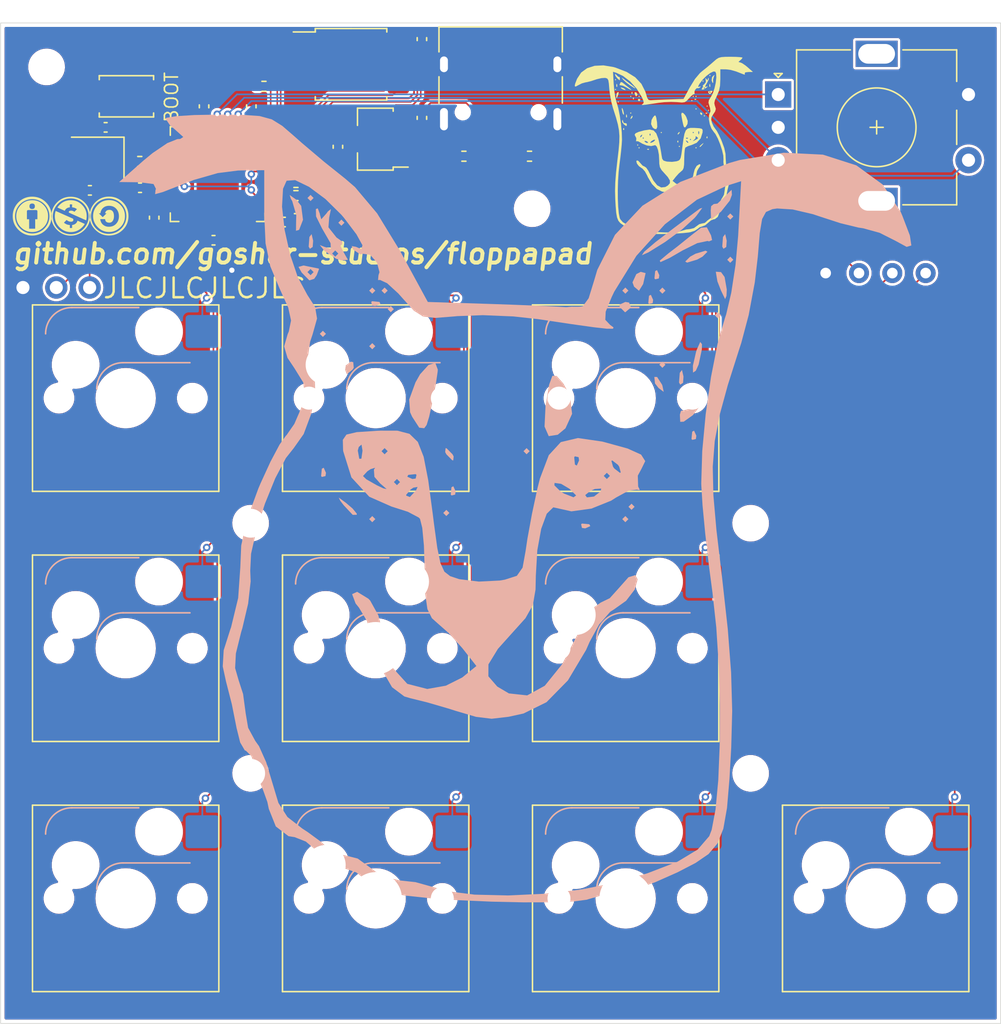
<source format=kicad_pcb>
(kicad_pcb (version 20221018) (generator pcbnew)
  (layers (0 "F.Cu" signal) (31 "B.Cu" signal) (34 "B.Paste" user) (35 "F.Paste" user) (36 "B.SilkS" user "B.Silkscreen") (37 "F.SilkS" user "F.Silkscreen") (38 "B.Mask" user) (39 "F.Mask" user) (44 "Edge.Cuts" user))
  (net 0 "")
  (net 1 "GND")
  (net 2 "+1V1")
  (net 3 "+3.3V")
  (net 4 "+5V")
  (net 5 "XIN")
  (net 6 "Net-(C15-Pad2)")
  (net 7 "Net-(J1-CC1)")
  (net 8 "Net-(U2-USB_DP)")
  (net 9 "Net-(U2-USB_DM)")
  (net 11 "Net-(J1-CC2)")
  (net 13 "SWCLK")
  (net 14 "SWD")
  (net 15 "OLDA")
  (net 16 "OLCL")
  (net 17 "D-")
  (net 18 "D+")
  (net 19 "XOUT")
  (net 20 "QSS")
  (net 21 "1")
  (net 22 "2")
  (net 23 "3")
  (net 24 "4")
  (net 25 "5")
  (net 26 "6")
  (net 27 "7")
  (net 28 "8")
  (net 29 "9")
  (net 30 "10")
  (net 31 "ROTA")
  (net 32 "ROTB")
  (net 33 "ROTSW")
  (net 49 "QD3")
  (net 50 "QCLK")
  (net 51 "QD0")
  (net 52 "QD2")
  (net 53 "QD1")
  (net 54 "Net-(R6-Pad1)")
  (footprint "kiswitch:SW_Hotswap_Kailh_MX_1.00u" (layer "F.Cu") (at 47.625 161.925)
    (fp_text reference "SW7" hide)
    (fp_text value "SW_Push")
  )
  (footprint "Resistor_SMD:R_0402_1005Metric" (layer "F.Cu") (at 48.7 105.8)
    (fp_text reference "R5" hide)
    (fp_text value "1k" hide)
  )
  (footprint "kiswitch:SW_Hotswap_Kailh_MX_1.00u" (layer "F.Cu") (at 66.675 161.925)
    (fp_text reference "SW8" hide)
    (fp_text value "SW_Push")
  )
  (footprint "Capacitor_SMD:C_0402_1005Metric" (layer "F.Cu") (at 60.555 106.4 180)
    (fp_text reference "C3" hide)
    (fp_text value "100n" hide)
  )
  (footprint "Button_Switch_SMD:SW_Push_SPST_NO_Alps_SKRK" (layer "F.Cu") (at 47.684 100.838)
    (fp_text reference "SW12" hide)
    (fp_text value "BOOT")
  )
  (footprint "Capacitor_SMD:C_0402_1005Metric" (layer "F.Cu") (at 44.9 108 180)
    (fp_text reference "C15" hide)
    (fp_text value "27p" hide)
  )
  (footprint "Capacitor_SMD:C_0402_1005Metric" (layer "F.Cu") (at 58.595 111.4125 180)
    (fp_text reference "C7" hide)
    (fp_text value "100n" hide)
  )
  (footprint "kiswitch:SW_Hotswap_Kailh_MX_1.00u" (layer "F.Cu") (at 85.725 142.875)
    (fp_text reference "SW6" hide)
    (fp_text value "SW_Push")
  )
  (footprint "Capacitor_SMD:C_0402_1005Metric" (layer "F.Cu") (at 46.1 103.2 180)
    (fp_text reference "C14" hide)
    (fp_text value "27p" hide)
  )
  (footprint "MountingHole:MountingHole_2.2mm_M2" (layer "F.Cu") (at 57.15 133.35)
    (fp_text reference "REF**" hide)
    (fp_text value "M2")
  )
  (footprint "Package_SO:SOIC-8_5.23x5.23mm_P1.27mm" (layer "F.Cu") (at 64.8 98.4)
    (fp_text reference "U3" hide)
    (fp_text value "W25Q128JVS" hide)
  )
  (footprint "42keebs:OLED_v2.1" (layer "F.Cu") (at 104.775 114.3 180)
    (fp_text reference "OL1" hide)
    (fp_text value "OLED" hide)
  )
  (footprint "Resistor_SMD:R_0402_1005Metric" (layer "F.Cu") (at 73.4 105.4 180)
    (fp_text reference "R2" hide)
    (fp_text value "5.1k" hide)
  )
  (footprint "Capacitor_SMD:C_0402_1005Metric" (layer "F.Cu") (at 57.2 101.6 -90)
    (fp_text reference "C4" hide)
    (fp_text value "100n" hide)
  )
  (footprint "MountingHole:MountingHole_2.2mm_M2" (layer "F.Cu") (at 95.25 133.35)
    (fp_text reference "REF**" hide)
    (fp_text value "M2")
  )
  (footprint "kiswitch:SW_Hotswap_Kailh_MX_1.00u" (layer "F.Cu") (at 66.675 123.825)
    (fp_text reference "SW2" hide)
    (fp_text value "SW_Push")
  )
  (footprint "Capacitor_SMD:C_0402_1005Metric" (layer "F.Cu") (at 48.72 106.8)
    (fp_text reference "C6" hide)
    (fp_text value "100n" hide)
  )
  (footprint "MountingHole:MountingHole_2.2mm_M2" (layer "F.Cu") (at 78.6 109.4)
    (fp_text reference "REF**" hide)
    (fp_text value "M2")
  )
  (footprint "Capacitor_SMD:C_0402_1005Metric" (layer "F.Cu") (at 60.595 109.4125)
    (fp_text reference "C10" hide)
    (fp_text value "1u" hide)
  )
  (footprint "Capacitor_SMD:C_0402_1005Metric" (layer "F.Cu") (at 59.68 110.4125 180)
    (fp_text reference "C11" hide)
    (fp_text value "1u" hide)
  )
  (footprint "Capacitor_SMD:C_0402_1005Metric" (layer "F.Cu") (at 53.6 101.6 -90)
    (fp_text reference "C9" hide)
    (fp_text value "100n" hide)
  )
  (footprint "Resistor_SMD:R_0402_1005Metric" (layer "F.Cu") (at 78.4 105.4)
    (fp_text reference "R1" hide)
    (fp_text value "5.1k" hide)
  )
  (footprint "MountingHole:MountingHole_2.2mm_M2" (layer "F.Cu") (at 41.6 98.6)
    (fp_text reference "REF**" hide)
    (fp_text value "M2")
  )
  (footprint "kiswitch:SW_Hotswap_Kailh_MX_1.00u" (layer "F.Cu") (at 66.675 142.875)
    (fp_text reference "SW5" hide)
    (fp_text value "SW_Push")
  )
  (footprint "Package_DFN_QFN:QFN-56-1EP_7x7mm_P0.4mm_EP3.2x3.2mm" (layer "F.Cu") (at 54.6375 106.7625 -90)
    (fp_text reference "U2" hide)
    (fp_text value "RP2040" hide)
  )
  (footprint "kiswitch:SW_Hotswap_Kailh_MX_1.00u" (layer "F.Cu") (at 85.725 123.825)
    (fp_text reference "SW3" hide)
    (fp_text value "SW_Push")
  )
  (footprint "Package_TO_SOT_SMD:SOT-89-3" (layer "F.Cu") (at 66.65 104.1 180)
    (fp_text reference "U1" hide)
    (fp_text value "AMS1117-3.3")
  )
  (footprint "Capacitor_SMD:C_0402_1005Metric" (layer "F.Cu") (at 70.2 102.48 -90)
    (fp_text reference "C12" hide)
    (fp_text value "10u" hide)
  )
  (footprint "Resistor_SMD:R_0402_1005Metric" (layer "F.Cu") (at 60.6 107.4 180)
    (fp_text reference "R3" hide)
    (fp_text value "27.4" hide)
  )
  (footprint "Capacitor_SMD:C_0402_1005Metric" (layer "F.Cu") (at 54.32 111.8 180)
    (fp_text reference "C8" hide)
    (fp_text value "100n" hide)
  )
  (footprint "Rotary_Encoder:RotaryEncoder_Alps_EC11E-Switch_Vertical_H20mm" (layer "F.Cu") (at 97.35 100.7)
    (fp_text reference "SW11" hide)
    (fp_text value "RotaryEncoder_Switch")
  )
  (footprint "MountingHole:MountingHole_2.2mm_M2" (layer "F.Cu") (at 95.25 152.4)
    (fp_text reference "REF**" hide)
    (fp_text value "M2")
  )
  (footprint "kiswitch:SW_Hotswap_Kailh_MX_1.00u" (layer "F.Cu") (at 104.775 161.925)
    (fp_text reference "SW10" hide)
    (fp_text value "SW_Push")
  )
  (footprint "MountingHole:MountingHole_2.2mm_M2" (layer "F.Cu") (at 57.15 152.4)
    (fp_text reference "REF**" hide)
    (fp_text value "M2")
  )
  (footprint "floppapad2:floppa" (layer "F.Cu") (at 88.6 104.6)
    (fp_text reference "G***" hide)
    (fp_text value "LOGO" hide)
  )
  (footprint "kiswitch:SW_Hotswap_Kailh_MX_1.00u" (layer "F.Cu") (at 47.625 123.825)
    (fp_text reference "SW1" hide)
    (fp_text value "SW_Push")
  )
  (footprint "Capacitor_SMD:C_0402_1005Metric" (layer "F.Cu") (at 70.2 96.48 90)
    (fp_text reference "C16" hide)
    (fp_text value "100n" hide)
  )
  (footprint "Capacitor_SMD:C_0402_1005Metric" (layer "F.Cu") (at 60.6 105.4 180)
    (fp_text reference "C1" hide)
    (fp_text value "100n" hide)
  )
  (footprint "Connector_USB:USB_C_Receptacle_HRO_TYPE-C-31-M-12" (layer "F.Cu") (at 76.2 99.45 180)
    (fp_text reference "J1" hide)
    (fp_text value "USBC")
  )
  (footprint "kiswitch:SW_Hotswap_Kailh_MX_1.00u" (layer "F.Cu") (at 85.725 161.925)
    (fp_text reference "SW9" hide)
    (fp_text value "SW_Push")
  )
  (footprint "Connector_PinSocket_2.54mm:PinSocket_1x03_P2.54mm_Vertical" (layer "F.Cu") (at 39.8 115.4 90)
    (fp_text reference "DBG" hide)
    (fp_text value "DBG")
  )
  (footprint "Capacitor_SMD:C_0402_1005Metric" (layer "F.Cu") (at 49.8 110.08 90)
    (fp_text reference "C5" hide)
    (fp_text value "100n" hide)
  )
  (footprint "kiswitch:SW_Hotswap_Kailh_MX_1.00u" (layer "F.Cu") (at 47.625 142.875)
    (fp_text reference "SW4" hide)
    (fp_text value "SW_Push")
  )
  (footprint "Capacitor_SMD:C_0402_1005Metric" (layer "F.Cu") (at 63.8 104.68 -90)
    (fp_text reference "C13" hide)
    (fp_text value "10u" hide)
  )
  (footprint "Resistor_SMD:R_0402_1005Metric" (layer "F.Cu") (at 60.6 108.4 180)
    (fp_text reference "R4" hide)
    (fp_text value "27.4" hide)
  )
  (footprint "Crystal:Crystal_SMD_TXC_7M-4Pin_3.2x2.5mm" (layer "F.Cu") (at 45.5 105.6 180)
    (fp_text reference "Y1" hide)
    (fp_text value "12MHz" hide)
  )
  (footprint "Capacitor_SMD:C_0402_1005Metric" (layer "F.Cu") (at 48.72 107.8)
    (fp_text reference "C2" hide)
    (fp_text value "100n" hide)
  )
  (footprint "Resistor_SMD:R_0402_1005Metric" (layer "F.Cu") (at 58.164 100.076)
    (fp_text reference "R6" hide)
    (fp_text value "1k" hide)
  )
  (footprint "floppapad2:bigfloppa" (layer "B.Cu") (at 77.47 132.334 180)
    (fp_text reference "G***" hide)
    (fp_text value "LOGO" hide)
  )
  (gr_poly (pts (xy 43.515194 108.487107) (xy 43.59095 108.492129) (xy 43.665177 108.500499) (xy 43.737877 108.512217) (xy 43.809047 108.527283) (xy 43.878689 108.545697) (xy 43.946803 108.56746) (xy 44.013387 108.592571) (xy 44.078442 108.62103) (xy 44.141969 108.652838) (xy 44.203965 108.687994) (xy 44.264433 108.726499) (xy 44.32337 108.768352) (xy 44.380778 108.813555) (xy 44.436656 108.862106) (xy 44.491004 108.914006) (xy 44.543218 108.968345) (xy 44.592065 109.024215) (xy 44.637546 109.081615) (xy 44.679661 109.140545) (xy 44.718409 109.201006) (xy 44.75379 109.262997) (xy 44.785803 109.326519) (xy 44.814448 109.391571) (xy 44.839724 109.458154) (xy 44.861632 109.526268) (xy 44.88017 109.595912) (xy 44.895339 109.667088) (xy 44.899004 109.689673) (xy 44.891368 109.735259) (xy 44.882834 109.807837) (xy 44.877714 109.881675) (xy 44.876007 109.956775) (xy 44.877713 110.032187) (xy 44.882832 110.106251) (xy 44.891363 110.178968) (xy 44.900801 110.235369) (xy 44.895852 110.266301) (xy 44.88097 110.33701) (xy 44.862779 110.406085) (xy 44.841281 110.473525) (xy 44.816473 110.53933) (xy 44.788357 110.603502) (xy 44.756932 110.66604) (xy 44.722198 110.726946) (xy 44.684154 110.786219) (xy 44.6428 110.843861) (xy 44.598136 110.899871) (xy 44.550161 110.95425) (xy 44.498876 111.006998) (xy 44.442016 111.060489) (xy 44.383898 111.110529) (xy 44.324521 111.157119) (xy 44.263885 111.200259) (xy 44.20199 111.239949) (xy 44.138836 111.276187) (xy 44.074421 111.308976) (xy 44.008745 111.338313) (xy 43.941808 111.364199) (xy 43.87361 111.386635) (xy 43.804151 111.405619) (xy 43.733429 111.421152) (xy 43.661444 111.433233) (xy 43.588196 111.441863) (xy 43.513685 111.447041) (xy 43.43791 111.448767) (xy 43.363143 111.447051) (xy 43.28966 111.441904) (xy 43.21746 111.433326) (xy 43.146543 111.421317) (xy 43.076909 111.405877) (xy 43.008558 111.387006) (xy 42.94149 111.364705) (xy 42.875704 111.338973) (xy 42.8112 111.309811) (xy 42.747978 111.277218) (xy 42.686038 111.241196) (xy 42.62538 111.201744) (xy 42.566003 111.158862) (xy 42.507907 111.11255) (xy 42.451092 111.062808) (xy 42.395557 111.009638) (xy 42.342705 110.954396) (xy 42.29326 110.897833) (xy 42.247222 110.839949) (xy 42.204592 110.780743) (xy 42.165369 110.720216) (xy 42.129556 110.658367) (xy 42.097151 110.595195) (xy 42.068155 110.530701) (xy 42.04257 110.464883) (xy 42.020394 110.397743) (xy 42.001629 110.329279) (xy 41.986275 110.259492) (xy 41.974332 110.188381) (xy 41.970713 110.157653) (xy 41.975509 110.114761) (xy 41.980472 110.039154) (xy 41.981781 109.978027) (xy 42.074731 109.978027) (xy 42.076506 110.048248) (xy 42.081776 110.117547) (xy 42.090453 110.185838) (xy 42.102454 110.253035) (xy 42.117691 110.319054) (xy 42.136079 110.383808) (xy 42.157532 110.447212) (xy 42.181965 110.509179) (xy 42.209292 110.569624) (xy 42.239427 110.628462) (xy 42.272284 110.685606) (xy 42.307777 110.740971) (xy 42.345822 110.79447) (xy 42.386332 110.84602) (xy 42.429221 110.895532) (xy 42.474403 110.942923) (xy 42.521794 110.988106) (xy 42.571307 111.030995) (xy 42.622856 111.071504) (xy 42.676356 111.109549) (xy 42.731721 111.145043) (xy 42.788865 111.1779) (xy 42.847702 111.208035) (xy 42.908148 111.235361) (xy 42.970115 111.259794) (xy 43.033518 111.281248) (xy 43.098272 111.299636) (xy 43.164291 111.314873) (xy 43.231489 111.326873) (xy 43.29978 111.335551) (xy 43.369079 111.34082) (xy 43.439299 111.342596) (xy 43.50952 111.34082) (xy 43.578818 111.335551) (xy 43.64711 111.326873) (xy 43.714307 111.314873) (xy 43.780326 111.299636) (xy 43.84508 111.281248) (xy 43.908484 111.259794) (xy 43.970451 111.235361) (xy 44.030896 111.208035) (xy 44.089734 111.1779) (xy 44.146878 111.145043) (xy 44.202242 111.109549) (xy 44.255742 111.071504) (xy 44.307291 111.030995) (xy 44.356804 110.988106) (xy 44.404195 110.942923) (xy 44.449377 110.895532) (xy 44.492266 110.84602) (xy 44.532776 110.79447) (xy 44.570821 110.740971) (xy 44.606314 110.685606) (xy 44.639171 110.628462) (xy 44.669306 110.569624) (xy 44.696633 110.509179) (xy 44.721066 110.447212) (xy 44.742519 110.383808) (xy 44.760907 110.319054) (xy 44.776144 110.253035) (xy 44.788145 110.185838) (xy 44.796822 110.117547) (xy 44.802092 110.048248) (xy 44.803867 109.978027) (xy 44.802092 109.907807) (xy 44.796822 109.838508) (xy 44.788145 109.770217) (xy 44.776144 109.703019) (xy 44.760907 109.637) (xy 44.742519 109.572246) (xy 44.721066 109.508843) (xy 44.696633 109.446876) (xy 44.669306 109.38643) (xy 44.639171 109.327593) (xy 44.606314 109.270449) (xy 44.570821 109.215084) (xy 44.532776 109.161584) (xy 44.492266 109.110035) (xy 44.449377 109.060522) (xy 44.404195 109.013132) (xy 44.356804 108.967949) (xy 44.307291 108.92506) (xy 44.255742 108.88455) (xy 44.202242 108.846506) (xy 44.146878 108.811012) (xy 44.089734 108.778155) (xy 44.030896 108.74802) (xy 43.970451 108.720693) (xy 43.908484 108.69626) (xy 43.84508 108.674807) (xy 43.780326 108.656419) (xy 43.714307 108.641182) (xy 43.64711 108.629182) (xy 43.578818 108.620504) (xy 43.50952 108.615234) (xy 43.439299 108.613459) (xy 43.369079 108.615234) (xy 43.29978 108.620504) (xy 43.231489 108.629182) (xy 43.164291 108.641182) (xy 43.098272 108.656419) (xy 43.033518 108.674807) (xy 42.970115 108.69626) (xy 42.908148 108.720693) (xy 42.847702 108.74802) (xy 42.788865 108.778155) (xy 42.731721 108.811012) (xy 42.676356 108.846506) (xy 42.622856 108.88455) (xy 42.571307 108.92506) (xy 42.521794 108.967949) (xy 42.474403 109.013132) (xy 42.429221 109.060522) (xy 42.386332 109.110035) (xy 42.345822 109.161584) (xy 42.307777 109.215084) (xy 42.272284 109.270449) (xy 42.239427 109.327593) (xy 42.209292 109.38643) (xy 42.181965 109.446876) (xy 42.157532 109.508843) (xy 42.136079 109.572246) (xy 42.117691 109.637) (xy 42.102454 109.703019) (xy 42.090453 109.770217) (xy 42.081776 109.838508) (xy 42.076506 109.907807) (xy 42.074731 109.978027) (xy 41.981781 109.978027) (xy 41.982126 109.961914) (xy 41.980441 109.88494) (xy 41.975383 109.809454) (xy 41.971124 109.772058) (xy 41.974332 109.744662) (xy 41.986275 109.673079) (xy 42.00163 109.602778) (xy 42.020396 109.533758) (xy 42.042574 109.46602) (xy 42.068161 109.399564) (xy 42.097159 109.334389) (xy 42.129567 109.270496) (xy 42.165385 109.207885) (xy 42.204611 109.146555) (xy 42.247247 109.086507) (xy 42.293291 109.02774) (xy 42.342743 108.970255) (xy 42.395604 108.914052) (xy 42.449893 108.862151) (xy 42.50563 108.813599) (xy 42.562815 108.768394) (xy 42.621447 108.726538) (xy 42.681527 108.688029) (xy 42.743054 108.652869) (xy 42.806028 108.621057) (xy 42.870449 108.592594) (xy 42.936317 108.567479) (xy 43.003633 108.545712) (xy 43.072395 108.527294) (xy 43.142605 108.512224) (xy 43.214261 108.500503) (xy 43.287364 108.492131) (xy 43.361914 108.487108) (xy 43.43791 108.485434)) (fill solid) (layer "F.SilkS"))
  (gr_poly (pts (xy 46.422872 108.743713) (xy 46.484234 108.747898) (xy 46.544399 108.754874) (xy 46.603366 108.76464) (xy 46.661135 108.777197) (xy 46.717708 108.792546) (xy 46.773084 108.810686) (xy 46.827263 108.831617) (xy 46.880246 108.85534) (xy 46.932032 108.881855) (xy 46.982623 108.911161) (xy 47.032017 108.943261) (xy 47.080216 108.978152) (xy 47.12722 109.015837) (xy 47.173028 109.056314) (xy 47.217642 109.099584) (xy 47.26056 109.143865) (xy 47.300712 109.189385) (xy 47.338095 109.236146) (xy 47.372711 109.284146) (xy 47.404559 109.333386) (xy 47.433638 109.383866) (xy 47.459949 109.435586) (xy 47.483491 109.488545) (xy 47.504264 109.542743) (xy 47.522268 109.598181) (xy 47.537503 109.654858) (xy 47.549968 109.712773) (xy 47.559664 109.771927) (xy 47.56659 109.83232) (xy 47.570745 109.893952) (xy 47.57213 109.956821) (xy 47.570766 110.019993) (xy 47.566674 110.081818) (xy 47.559853 110.142296) (xy 47.550304 110.201429) (xy 47.538026 110.259215) (xy 47.52302 110.315656) (xy 47.505286 110.370751) (xy 47.484822 110.424501) (xy 47.46163 110.476906) (xy 47.435709 110.527966) (xy 47.407059 110.577681) (xy 47.37568 110.626052) (xy 47.341572 110.673078) (xy 47.304736 110.718761) (xy 47.265169 110.763099) (xy 47.222874 110.806094) (xy 47.176408 110.850003) (xy 47.128948 110.891075) (xy 47.080494 110.929311) (xy 47.031047 110.964713) (xy 46.980608 110.997279) (xy 46.929175 111.027011) (xy 46.87675 111.053909) (xy 46.823333 111.077974) (xy 46.768924 111.099206) (xy 46.713524 111.117605) (xy 46.657132 111.133173) (xy 46.599749 111.145908) (xy 46.541375 111.155813) (xy 46.482011 111.162888) (xy 46.421657 111.167132) (xy 46.360312 111.168547) (xy 46.298673 111.167142) (xy 46.238109 111.162929) (xy 46.178622 111.155906) (xy 46.12021 111.146073) (xy 46.062874 111.13343) (xy 46.006612 111.117976) (xy 45.951426 111.099711) (xy 45.897315 111.078634) (xy 45.844277 111.054744) (xy 45.792314 111.028042) (xy 45.741425 110.998526) (xy 45.691609 110.966197) (xy 45.642866 110.931054) (xy 45.595197 110.893095) (xy 45.5486 110.852322) (xy 45.503075 110.808733) (xy 45.459501 110.763539) (xy 45.418739 110.717274) (xy 45.380789 110.669936) (xy 45.34565 110.621526) (xy 45.313323 110.572043) (xy 45.283807 110.521486) (xy 45.257103 110.469856) (xy 45.233209 110.417151) (xy 45.212127 110.363371) (xy 45.193856 110.308515) (xy 45.178397 110.252584) (xy 45.165748 110.195577) (xy 45.15591 110.137493) (xy 45.148883 110.078331) (xy 45.144667 110.018092) (xy 45.143262 109.956775) (xy 45.144677 109.896079) (xy 45.148923 109.836332) (xy 45.155999 109.777535) (xy 45.161137 109.747536) (xy 45.582485 109.747536) (xy 45.876225 110.04123) (xy 46.169873 109.747536) (xy 46.061433 109.747536) (xy 46.067057 109.715829) (xy 46.07063 109.700742) (xy 46.074709 109.686167) (xy 46.079296 109.672104) (xy 46.08439 109.658551) (xy 46.08999 109.645511) (xy 46.096098 109.632981) (xy 46.102713 109.620963) (xy 46.109835 109.609457) (xy 46.117463 109.598462) (xy 46.125599 109.587978) (xy 46.134241 109.578006) (xy 46.143391 109.568545) (xy 46.153047 109.559595) (xy 46.163211 109.551157) (xy 46.173881 109.54323) (xy 46.185059 109.535815) (xy 46.196743 109.528911) (xy 46.208934 109.522518) (xy 46.221632 109.516637) (xy 46.234837 109.511267) (xy 46.248548 109.506409) (xy 46.262767 109.502062) (xy 46.292725 109.494903) (xy 46.32471 109.489789) (xy 46.358723 109.48672) (xy 46.394762 109.485697) (xy 46.414999 109.486178) (xy 46.434629 109.487618) (xy 46.453653 109.490019) (xy 46.472072 109.493381) (xy 46.489887 109.497704) (xy 46.507097 109.502987) (xy 46.523705 109.509231) (xy 46.539711 109.516436) (xy 46.555115 109.524602) (xy 46.56992 109.533729) (xy 46.584124 109.543817) (xy 46.59773 109.554866) (xy 46.610738 109.566876) (xy 46.623149 109.579848) (xy 46.634963 109.593781) (xy 46.646182 109.608676) (xy 46.656747 109.624498) (xy 46.666633 109.641197) (xy 46.67584 109.658774) (xy 46.684368 109.677229) (xy 46.692216 109.696561) (xy 46.699384 109.716772) (xy 46.70587 109.737861) (xy 46.711676 109.759829) (xy 46.7168 109.782676) (xy 46.721243 109.806402) (xy 46.725003 109.831007) (xy 46.72808 109.856493) (xy 46.730474 109.882859) (xy 46.732185 109.910105) (xy 46.733211 109.938231) (xy 46.733554 109.967239) (xy 46.733181 109.994992) (xy 46.732061 110.022045) (xy 46.730195 110.048399) (xy 46.727583 110.074051) (xy 46.724225 110.099003) (xy 46.720122 110.123252) (xy 46.715273 110.146799) (xy 46.709679 110.169643) (xy 46.70334 110.191783) (xy 46.696257 110.213218) (xy 46.688428 110.233949) (xy 46.679856 110.253974) (xy 46.670539 110.273293) (xy 46.660478 110.291905) (xy 46.649673 110.30981) (xy 46.638125 110.327006) (xy 46.625984 110.343347) (xy 46.613366 110.358633) (xy 46.600271 110.372865) (xy 46.586699 110.386042) (xy 46.572651 110.398164) (xy 46.558128 110.409232) (xy 46.543129 110.419246) (xy 46.527654 110.428205) (xy 46.511705 110.43611) (xy 46.495282 110.442961) (xy 46.478385 110.448757) (xy 46.461013 110.4535) (xy 46.443169 110.457188) (xy 46.424851 110.459823) (xy 46.40606 110.461404) (xy 46.386798 110.46193) (xy 46.367573 110.461667) (xy 46.348933 110.460877) (xy 46.330876 110.459561) (xy 46.313403 110.457717) (xy 46.296514 110.455347) (xy 46.28021 110.45245) (xy 46.264489 110.449026) (xy 46.249352 110.445076) (xy 46.234799 110.440598) (xy 46.22083 110.435594) (xy 46.207446 110.430062) (xy 46.194645 110.424003) (xy 46.182429 110.417418) (xy 46.170797 110.410305) (xy 46.159749 110.402665) (xy 46.149285 110.394497) (xy 46.139405 110.385803) (xy 46.13011 110.376581) (xy 46.121399 110.366831) (xy 46.113273 110.356555) (xy 46.10573 110.345751) (xy 46.098773 110.334419) (xy 46.092399 110.32256) (xy 46.08661 110.310173) (xy 46.081405 110.297259) (xy 46.076785 110.283817) (xy 46.07275 110.269847) (xy 46.069299 110.25535) (xy 46.066432 110.240325) (xy 46.06415 110.224772) (xy 46.062453 110.208691) (xy 46.06134 110.192082) (xy 45.688191 110.192082) (xy 45.693386 110.226312) (xy 45.699717 110.259547) (xy 45.707183 110.29179) (xy 45.715785 110.323039) (xy 45.725524 110.353295) (xy 45.7364 110.382558) (xy 45.748412 110.410829) (xy 45.761563 110.438108) (xy 45.775851 110.464395) (xy 45.791277 110.48969) (xy 45.807842 110.513994) (xy 45.825546 110.537307) (xy 45.844389 110.55963) (xy 45.864371 110.580961) (xy 45.885493 110.601303) (xy 45.907756 110.620654) (xy 45.930848 110.638945) (xy 45.954476 110.656052) (xy 45.97864 110.671976) (xy 46.003341 110.686718) (xy 46.028578 110.700277) (xy 46.054352 110.712655) (xy 46.080662 110.723852) (xy 46.107509 110.733868) (xy 46.134892 110.742704) (xy 46.162812 110.750361) (xy 46.191269 110.756838) (xy 46.220262 110.762137) (xy 46.249793 110.766257) (xy 46.27986 110.769199) (xy 46.310465 110.770964) (xy 46.341606 110.771552) (xy 46.383787 110.770667) (xy 46.424972 110.768011) (xy 46.465163 110.763585) (xy 46.504359 110.75739) (xy 46.542561 110.749426) (xy 46.57977 110.739693) (xy 46.615986 110.728193) (xy 46.651211 110.714925) (xy 46.685444 110.699891) (xy 46.718686 110.68309) (xy 46.750939 110.664524) (xy 46.782201 110.644193) (xy 46.812475 110.622097) (xy 46.841761 110.598237) (xy 46.870059 110.572614) (xy 46.89737 110.545228) (xy 46.923308 110.516519) (xy 46.947574 110.486911) (xy 46.970167 110.456402) (xy 46.991087 110.424994) (xy 47.010334 110.392684) (xy 47.027909 110.359475) (xy 47.04381 110.325364) (xy 47.058038 110.290352) (xy 47.070593 110.254439) (xy 47.081474 110.217625) (xy 47.090682 110.179909) (xy 47.098216 110.141291) (xy 47.104075 110.101771) (xy 47.108261 110.061348) (xy 47.110773 110.020023) (xy 47.11161 109.977796) (xy 47.110804 109.934318) (xy 47.108385 109.891829) (xy 47.104353 109.850329) (xy 47.09871 109.809819) (xy 47.091453 109.7703) (xy 47.082585 109.731771) (xy 47.072105 109.694233) (xy 47.060012 109.657686) (xy 47.046307 109.622132) (xy 47.03099 109.58757) (xy 47.014061 109.554) (xy 46.995521 109.521424) (xy 46.975369 109.489841) (xy 46.953604 109.459252) (xy 46.930229 109.429657) (xy 46.905241 109.401057) (xy 46.878881 109.37384) (xy 46.851403 109.348377) (xy 46.822808 109.324669) (xy 46.793096 109.302714) (xy 46.762269 109.282515) (xy 46.730326 109.264071) (xy 46.697267 109.247382) (xy 46.663093 109.232448) (xy 46.627805 109.21927) (xy 46.591403 109.207849) (xy 46.553887 109.198184) (xy 46.515258 109.190276) (xy 46.475516 109.184124) (xy 46.434661 109.17973) (xy 46.392695 109.177093) (xy 46.349616 109.176214) (xy 46.318152 109.176799) (xy 46.287291 109.178552) (xy 46.257032 109.181473) (xy 46.227376 109.185563) (xy 46.198322 109.190821) (xy 46.169871 109.197247) (xy 46.142021 109.204841) (xy 46.114772 109.213603) (xy 46.088125 109.223533) (xy 46.062078 109.23463) (xy 46.036633 109.246894) (xy 46.011787 109.260326) (xy 45.987542 109.274925) (xy 45.963897 109.290691) (xy 45.940851 109.307624) (xy 45.918405 109.325724) (xy 45.89676 109.344879) (xy 45.876171 109.364997) (xy 45.856638 109.386078) (xy 45.838161 109.40812) (xy 45.82074 109.431125) (xy 45.804376 109.455093) (xy 45.789068 109.480022) (xy 45.774816 109.505914) (xy 45.761621 109.532768) (xy 45.749482 109.560583) (xy 45.7384 109.589361) (xy 45.728374 109.6191) (xy 45.719406 109.649801) (xy 45.711494 109.681464) (xy 45.704639 109.714089) (xy 45.698841 109.747674) (xy 45.582485 109.747536) (xy 45.161137 109.747536) (xy 45.165906 109.719687) (xy 45.178645 109.662789) (xy 45.194216 109.606839) (xy 45.212618 109.551839) (xy 45.233852 109.497788) (xy 45.257919 109.444686) (xy 45.284818 109.392533) (xy 45.31455 109.341329) (xy 45.347116 109.291073) (xy 45.382515 109.241766) (xy 45.420747 109.193408) (xy 45.461814 109.145999) (xy 45.505715 109.099538) (xy 45.549977 109.056283) (xy 45.595463 109.015819) (xy 45.64217 108.978145) (xy 45.690098 108.943261) (xy 45.739248 108.911167) (xy 45.789617 108.881864) (xy 45.841207 108.855351) (xy 45.894016 108.831628) (xy 45.948043 108.810697) (xy 46.003288 108.792556) (xy 46.059752 108.777205) (xy 46.117432 108.764646) (xy 46.176328 108.754877) (xy 46.236441 108.7479) (xy 46.297769 108.743713) (xy 46.360312 108.742317)) (fill solid) (layer "F.SilkS"))
  (gr_poly (pts (xy 46.431999 108.476792) (xy 46.507476 108.481845) (xy 46.581467 108.490267) (xy 46.65397 108.502057) (xy 46.724985 108.517217) (xy 46.794514 108.535746) (xy 46.862555 108.557644) (xy 46.92911 108.582911) (xy 46.994178 108.611548) (xy 47.057759 108.643555) (xy 47.119854 108.678931) (xy 47.180462 108.717678) (xy 47.239584 108.759794) (xy 47.29722 108.805281) (xy 47.353371 108.854138) (xy 47.408035 108.906366) (xy 47.460248 108.960703) (xy 47.509096 109.016549) (xy 47.554577 109.073903) (xy 47.596692 109.132766) (xy 47.63544 109.193137) (xy 47.670821 109.255016) (xy 47.702834 109.318404) (xy 47.731479 109.3833) (xy 47.756755 109.449705) (xy 47.778663 109.517618) (xy 47.797201 109.58704) (xy 47.81237 109.65797) (xy 47.824169 109.730409) (xy 47.832597 109.804355) (xy 47.837654 109.879811) (xy 47.839339 109.956775) (xy 47.837685 110.033723) (xy 47.832722 110.109099) (xy 47.824451 110.182901) (xy 47.812871 110.255129) (xy 47.797982 110.325785) (xy 47.779786 110.394868) (xy 47.758282 110.462379) (xy 47.73347 110.528316) (xy 47.70535 110.592681) (xy 47.673923 110.655474) (xy 47.639188 110.716695) (xy 47.601146 110.776343) (xy 47.559796 110.83442) (xy 47.51514 110.890925) (xy 47.467177 110.945858) (xy 47.415907 110.99922) (xy 47.359363 111.052407) (xy 47.301518 111.102162) (xy 47.24237 111.148487) (xy 47.181921 111.191379) (xy 47.12017 111.230841) (xy 47.057117 111.26687) (xy 46.992763 111.299469) (xy 46.927108 111.328636) (xy 46.860151 111.354372) (xy 46.791893 111.376676) (xy 46.722335 111.395549) (xy 46.651475 111.41099) (xy 46.579316 111.423) (xy 46.505855 111.431578) (xy 46.431094 111.436726) (xy 46.355033 111.438441) (xy 46.280575 111.436735) (xy 46.207358 111.431618) (xy 46.135383 111.423088) (xy 46.064648 111.411147) (xy 45.995155 111.395794) (xy 45.926902 111.37703) (xy 45.85989 111.354854) (xy 45.794118 111.329267) (xy 45.729587 111.300268) (xy 45.666296 111.267858) (xy 45.604245 111.232037) (xy 45.543434 111.192805) (xy 45.483863 111.150162) (xy 45.425532 111.104108) (xy 45.36844 111.054642) (xy 45.312588 111.001766) (xy 45.259736 110.946547) (xy 45.210291 110.889983) (xy 45.164253 110.832075) (xy 45.121623 110.772821) (xy 45.082401 110.712221) (xy 45.046587 110.650276) (xy 45.014182 110.586986) (xy 44.985187 110.522349) (xy 44.959601 110.456366) (xy 44.937425 110.389037) (xy 44.91866 110.320361) (xy 44.903306 110.250338) (xy 44.900801 110.235369) (xy 44.907427 110.193955) (xy 44.915694 110.119974) (xy 44.920655 110.044355) (xy 44.922308 109.9671) (xy 44.922215 109.96284) (xy 44.984261 109.96284) (xy 44.986014 110.032189) (xy 44.991218 110.100627) (xy 44.999788 110.16807) (xy 45.01164 110.234433) (xy 45.026687 110.299632) (xy 45.044847 110.363582) (xy 45.066034 110.426198) (xy 45.090163 110.487396) (xy 45.117151 110.54709) (xy 45.146911 110.605197) (xy 45.17936 110.661631) (xy 45.214413 110.716309) (xy 45.251985 110.769144) (xy 45.291992 110.820053) (xy 45.334348 110.868951) (xy 45.37897 110.915753) (xy 45.425772 110.960375) (xy 45.47467 111.002731) (xy 45.525579 111.042738) (xy 45.578414 111.08031) (xy 45.633091 111.115363) (xy 45.689526 111.147812) (xy 45.747632 111.177572) (xy 45.807327 111.20456) (xy 45.868525 111.228689) (xy 45.931141 111.249876) (xy 45.995091 111.268036) (xy 46.060289 111.283083) (xy 46.126653 111.294935) (xy 46.194096 111.303505) (xy 46.262534 111.308709) (xy 46.331882 111.310462) (xy 46.401231 111.308709) (xy 46.469669 111.303505) (xy 46.537112 111.294935) (xy 46.603475 111.283083) (xy 46.668674 111.268036) (xy 46.732624 111.249876) (xy 46.79524 111.228689) (xy 46.856438 111.20456) (xy 46.916132 111.177572) (xy 46.974239 111.147812) (xy 47.030673 111.115363) (xy 47.085351 111.08031) (xy 47.138186 111.042738) (xy 47.189095 111.002731) (xy 47.237993 110.960375) (xy 47.284795 110.915753) (xy 47.329417 110.868951) (xy 47.371773 110.820053) (xy 47.411779 110.769144) (xy 47.449352 110.716309) (xy 47.484404 110.661631) (xy 47.516853 110.605197) (xy 47.546614 110.54709) (xy 47.573601 110.487396) (xy 47.597731 110.426198) (xy 47.618918 110.363582) (xy 47.637077 110.299632) (xy 47.652125 110.234433) (xy 47.663976 110.16807) (xy 47.672546 110.100627) (xy 47.677751 110.032189) (xy 47.679504 109.96284) (xy 47.677751 109.893492) (xy 47.672546 109.825054) (xy 47.663976 109.757611) (xy 47.652125 109.691248) (xy 47.637077 109.626049) (xy 47.618918 109.562099) (xy 47.597731 109.499483) (xy 47.573601 109.438285) (xy 47.546614 109.37859) (xy 47.516853 109.320484) (xy 47.484404 109.264049) (xy 47.449352 109.209372) (xy 47.411779 109.156537) (xy 47.371773 109.105628) (xy 47.329417 109.05673) (xy 47.284795 109.009928) (xy 47.237993 108.965306) (xy 47.189095 108.92295) (xy 47.138186 108.882943) (xy 47.085351 108.845371) (xy 47.030673 108.810318) (xy 46.974239 108.777869) (xy 46.916132 108.748108) (xy 46.856438 108.721121) (xy 46.79524 108.696992) (xy 46.732624 108.675805) (xy 46.668674 108.657645) (xy 46.603475 108.642597) (xy 46.537112 108.630746) (xy 46.469669 108.622176) (xy 46.401231 108.616972) (xy 46.331882 108.615218) (xy 46.262534 108.616972) (xy 46.194096 108.622176) (xy 46.126653 108.630746) (xy 46.060289 108.642597) (xy 45.995091 108.657645) (xy 45.931141 108.675805) (xy 45.868525 108.696992) (xy 45.807327 108.721121) (xy 45.747632 108.748108) (xy 45.689526 108.777869) (xy 45.633091 108.810318) (xy 45.578414 108.845371) (xy 45.525579 108.882943) (xy 45.47467 108.92295) (xy 45.425772 108.965306) (xy 45.37897 109.009928) (xy 45.334348 109.05673) (xy 45.291992 109.105628) (xy 45.251985 109.156537) (xy 45.214413 109.209372) (xy 45.17936 109.264049) (xy 45.146911 109.320484) (xy 45.117151 109.37859) (xy 45.090163 109.438285) (xy 45.066034 109.499483) (xy 45.044847 109.562099) (xy 45.026687 109.626049) (xy 45.01164 109.691248) (xy 44.999788 109.757611) (xy 44.991218 109.825054) (xy 44.986014 109.893492) (xy 44.984261 109.96284) (xy 44.922215 109.96284) (xy 44.920622 109.8898) (xy 44.915565 109.814032) (xy 44.907137 109.739794) (xy 44.899004 109.689673) (xy 44.903314 109.663942) (xy 44.918672 109.593885) (xy 44.937442 109.525088) (xy 44.959624 109.457552) (xy 44.985216 109.391276) (xy 45.014218 109.32626) (xy 45.04663 109.262503) (xy 45.082451 109.200006) (xy 45.121681 109.138769) (xy 45.16432 109.078791) (xy 45.210367 109.020072) (xy 45.259821 108.962613) (xy 45.312682 108.906412) (xy 45.36728 108.854176) (xy 45.423286 108.805312) (xy 45.480697 108.759819) (xy 45.539515 108.717697) (xy 45.59974 108.678946) (xy 45.661371 108.643566) (xy 45.724408 108.611556) (xy 45.788852 108.582917) (xy 45.854702 108.557647) (xy 45.921959 108.535748) (xy 45.990622 108.517218) (xy 46.060691 108.502058) (xy 46.132167 108.490267) (xy 46.205049 108.481845) (xy 46.279338 108.476792) (xy 46.355033 108.475108)) (fill solid) (layer "F.SilkS"))
  (gr_poly (pts (xy 43.049065 109.90612) (xy 43.284557 110.009328) (xy 43.459163 110.088736) (xy 43.601958 110.149577) (xy 43.606768 110.153964) (xy 43.611267 110.158513) (xy 43.615455 110.163225) (xy 43.619331 110.1681) (xy 43.622897 110.173138) (xy 43.626152 110.178341) (xy 43.629096 110.183708) (xy 43.63173 110.18924) (xy 43.634054 110.194938) (xy 43.636067 110.200802) (xy 43.63777 110.206832) (xy 43.639163 110.213029) (xy 43.640247 110.219393) (xy 43.64102 110.225925) (xy 43.641484 110.232626) (xy 43.641639 110.239495) (xy 43.641427 110.249267) (xy 43.64079 110.258682) (xy 43.63973 110.267742) (xy 43.638245 110.276447) (xy 43.637344 110.280666) (xy 43.636336 110.284796) (xy 43.635223 110.288838) (xy 43.634004 110.292791) (xy 43.632678 110.296655) (xy 43.631247 110.30043) (xy 43.62971 110.304117) (xy 43.628067 110.307716) (xy 43.626318 110.311226) (xy 43.624463 110.314647) (xy 43.622502 110.317979) (xy 43.620435 110.321224) (xy 43.618262 110.324379) (xy 43.615983 110.327447) (xy 43.613598 110.330425) (xy 43.611108 110.333316) (xy 43.608512 110.336118) (xy 43.605809 110.338832) (xy 43.603001 110.341457) (xy 43.600087 110.343994) (xy 43.597067 110.346443) (xy 43.593942 110.348803) (xy 43.59071 110.351076) (xy 43.587373 110.35326) (xy 43.580504 110.357446) (xy 43.573457 110.36136) (xy 43.566233 110.365001) (xy 43.558831 110.36837) (xy 43.551254 110.371467) (xy 43.5435 110.374293) (xy 43.535569 110.376847) (xy 43.527464 110.379131) (xy 43.519183 110.381145) (xy 43.510727 110.382888) (xy 43.502097 110.384363) (xy 43.493292 110.385568) (xy 43.484314 110.386505) (xy 43.475161 110.387174) (xy 43.465836 110.387575) (xy 43.456338 110.387708) (xy 43.433339 110.387182) (xy 43.410649 110.385601) (xy 43.388269 110.382966) (xy 43.366198 110.379278) (xy 43.344437 110.374535) (xy 43.322986 110.368739) (xy 43.301846 110.361888) (xy 43.281015 110.353983) (xy 43.260495 110.345024) (xy 43.240286 110.33501) (xy 43.220387 110.323942) (xy 43.200798 110.31182) (xy 43.181521 110.298643) (xy 43.162555 110.284411) (xy 43.1439 110.269125) (xy 43.125556 110.252784) (xy 42.921873 110.459152) (xy 42.947502 110.480314) (xy 42.973462 110.500132) (xy 42.999752 110.518605) (xy 43.026374 110.535733) (xy 43.053327 110.551517) (xy 43.08061 110.565956) (xy 43.108225 110.579051) (xy 43.136171 110.590801) (xy 43.164447 110.601206) (xy 43.193055 110.610267) (xy 43.221994 110.617984) (xy 43.251263 110.624355) (xy 43.280864 110.629383) (xy 43.310795 110.633065) (xy 43.341058 110.635403) (xy 43.371651 110.636397) (xy 43.371651 110.863925) (xy 43.543663 110.863925) (xy 43.543663 110.636397) (xy 43.56268 110.634467) (xy 43.581375 110.631944) (xy 43.599749 110.628826) (xy 43.617802 110.625116) (xy 43.635535 110.620812) (xy 43.652948 110.615917) (xy 43.670042 110.610429) (xy 43.686818 110.60435) (xy 43.703276 110.59768) (xy 43.719416 110.59042) (xy 43.73524 110.58257) (xy 43.750747 110.57413) (xy 43.765938 110.565101) (xy 43.780814 110.555484) (xy 43.795376 110.545279) (xy 43.809623 110.534486) (xy 43.823344 110.523224) (xy 43.836413 110.511559) (xy 43.84883 110.499491) (xy 43.860597 110.48702) (xy 43.871713 110.474144) (xy 43.882179 110.460864) (xy 43.891995 110.44718) (xy 43.901162 110.43309) (xy 43.90968 110.418595) (xy 43.917549 110.403695) (xy 43.92477 110.388388) (xy 43.931344 110.372675) (xy 43.93727 110.356556) (xy 43.942549 110.340029) (xy 43.947182 110.323095) (xy 43.951168 110.305754) (xy 44.509432 110.554442) (xy 44.499969 110.571302) (xy 44.49007 110.588075) (xy 44.479737 110.604761) (xy 44.468968 110.621362) (xy 44.457764 110.637875) (xy 44.446126 110.654303) (xy 44.434053 110.670645) (xy 44.421545 110.686901) (xy 44.408603 110.703071) (xy 44.395226 110.719155) (xy 44.381414 110.735154) (xy 44.367168 110.751068) (xy 44.352488 110.766897) (xy 44.337374 110.78264) (xy 44.321825 110.798299) (xy 44.305842 110.813873) (xy 44.259971 110.857782) (xy 44.213028 110.898858) (xy 44.165014 110.937099) (xy 44.115928 110.972506) (xy 44.06577 111.005079) (xy 44.014539 111.034819) (xy 43.962236 111.061726) (xy 43.90886 111.085799) (xy 43.85441 111.107039) (xy 43.798887 111.125447) (xy 43.74229 111.141022) (xy 43.684619 111.153765) (xy 43.625873 111.163676) (xy 43.566053 111.170755) (xy 43.505158 111.175002) (xy 43.443188 111.176418) (xy 43.381865 111.175022) (xy 43.321574 111.170835) (xy 43.262315 111.163857) (xy 43.204088 111.154087) (xy 43.146895 111.141526) (xy 43.090733 111.126172) (xy 43.035605 111.108027) (xy 42.98151 111.08709) (xy 42.928448 111.06336) (xy 42.876419 111.036838) (xy 42.825423 111.007523) (xy 42.775461 110.975416) (xy 42.726533 110.940516) (xy 42.678638 110.902823) (xy 42.631778 110.862337) (xy 42.585951 110.819058) (xy 42.542386 110.773579) (xy 42.501631 110.727063) (xy 42.463687 110.679513) (xy 42.428553 110.630927) (xy 42.39623 110.581306) (xy 42.366718 110.53065) (xy 42.340017 110.478958) (xy 42.316126 110.426231) (xy 42.295046 110.372469) (xy 42.276777 110.317672) (xy 42.261318 110.261839) (xy 42.24867 110.204971) (xy 42.238832 110.147068) (xy 42.231806 110.088129) (xy 42.22759 110.028156) (xy 42.226184 109.967146) (xy 42.226443 109.940159) (xy 42.227219 109.91344) (xy 42.228513 109.886989) (xy 42.230324 109.860806) (xy 42.232652 109.834892) (xy 42.235497 109.809247) (xy 42.238859 109.783871) (xy 42.242737 109.758764) (xy 42.247132 109.733926) (xy 42.252044 109.709357) (xy 42.257472 109.685057) (xy 42.263415 109.661027) (xy 42.269875 109.637267) (xy 42.276851 109.613777) (xy 42.284343 109.590556) (xy 42.29235 109.567606)) (fill solid) (layer "F.SilkS"))
  (gr_poly (pts (xy 40.565358 108.748889) (xy 40.62646 108.753044) (xy 40.686405 108.75997) (xy 40.745193 108.769665) (xy 40.802823 108.782131) (xy 40.859295 108.797365) (xy 40.914609 108.81537) (xy 40.968765 108.836143) (xy 41.021762 108.859685) (xy 41.073601 108.885996) (xy 41.12428 108.915075) (xy 41.173801 108.946923) (xy 41.222163 108.981538) (xy 41.269365 109.018922) (xy 41.315407 109.059073) (xy 41.360289 109.101992) (xy 41.403208 109.146908) (xy 41.443359 109.193) (xy 41.480743 109.240267) (xy 41.515359 109.288711) (xy 41.547206 109.338331) (xy 41.576285 109.389128) (xy 41.602596 109.441101) (xy 41.626138 109.494252) (xy 41.646912 109.54858) (xy 41.664916 109.604086) (xy 41.680151 109.660769) (xy 41.692616 109.718632) (xy 41.702311 109.777672) (xy 41.709237 109.837892) (xy 41.713393 109.89929) (xy 41.714778 109.961868) (xy 41.713414 110.025348) (xy 41.709321 110.08744) (xy 41.702501 110.148143) (xy 41.692952 110.207459) (xy 41.680674 110.265387) (xy 41.665668 110.321928) (xy 41.647933 110.377082) (xy 41.62747 110.43085) (xy 41.604277 110.483233) (xy 41.578356 110.534229) (xy 41.549706 110.583841) (xy 41.518328 110.632069) (xy 41.48422 110.678912) (xy 41.447383 110.724371) (xy 41.407817 110.768448) (xy 41.365521 110.811141) (xy 41.319056 110.855057) (xy 41.271597 110.896135) (xy 41.223146 110.934375) (xy 41.173702 110.969779) (xy 41.123266 111.002346) (xy 41.071837 111.032078) (xy 41.019417 111.058975) (xy 40.966004 111.083038) (xy 40.911599 111.104268) (xy 40.856203 111.122664) (xy 40.799815 111.138229) (xy 40.742436 111.150962) (xy 40.684065 111.160864) (xy 40.624703 111.167936) (xy 40.56435 111.172179) (xy 40.503006 111.173593) (xy 40.441366 111.172189) (xy 40.380801 111.167976) (xy 40.321312 111.160953) (xy 40.262897 111.15112) (xy 40.205558 111.138477) (xy 40.149294 111.123023) (xy 40.094105 111.104758) (xy 40.039991 111.083681) (xy 39.986952 111.059791) (xy 39.934988 111.033089) (xy 39.884098 111.003573) (xy 39.834283 110.971244) (xy 39.785543 110.9361) (xy 39.737877 110.898142) (xy 39.691286 110.857369) (xy 39.645769 110.81378) (xy 39.602204 110.768315) (xy 39.561449 110.721812) (xy 39.523505 110.67427) (xy 39.488371 110.625689) (xy 39.456049 110.576072) (xy 39.426536 110.525417) (xy 39.399835 110.473726) (xy 39.375944 110.420999) (xy 39.354864 110.367237) (xy 39.336595 110.312441) (xy 39.321136 110.25661) (xy 39.308555 110.200046) (xy 40.101012 110.200046) (xy 40.270292 110.200046) (xy 40.270292 110.91958) (xy 40.73072 110.91958) (xy 40.73072 110.2) (xy 40.9 110.2) (xy 40.9 109.594137) (xy 40.899886 109.589226) (xy 40.899543 109.584407) (xy 40.898972 109.579681) (xy 40.898172 109.575047) (xy 40.897145 109.570505) (xy 40.895891 109.566056) (xy 40.89441 109.5617) (xy 40.892702 109.557437) (xy 40.890768 109.553266) (xy 40.888608 109.549188) (xy 40.886222 109.545203) (xy 40.883612 109.541311) (xy 40.880776 109.537512) (xy 40.877716 109.533807) (xy 40.874431 109.530194) (xy 40.870923 109.526675) (xy 40.867262 109.52331) (xy 40.863535 109.520163) (xy 40.859745 109.517233) (xy 40.855891 109.51452) (xy 40.851973 109.512024) (xy 40.847992 109.509745) (xy 40.843948 109.507684) (xy 40.839843 109.505839) (xy 40.835675 109.504211) (xy 40.831446 109.5028) (xy 40.827156 109.501606) (xy 40.822805 109.50063) (xy 40.818394 109.49987) (xy 40.813923 109.499327) (xy 40.809393 109.499002) (xy 40.804803 109.498893) (xy 40.196209 109.498893) (xy 40.191306 109.499002) (xy 40.186494 109.499329) (xy 40.181774 109.499874) (xy 40.177145 109.500636) (xy 40.172607 109.501616) (xy 40.168161 109.502812) (xy 40.163806 109.504226) (xy 40.159543 109.505856) (xy 40.155372 109.507703) (xy 40.151293 109.509766) (xy 40.147305 109.512045) (xy 40.143409 109.51454) (xy 40.139606 109.517251) (xy 40.135894 109.520177) (xy 40.132274 109.523318) (xy 40.128747 109.526675) (xy 40.125391 109.530193) (xy 40.122251 109.533805) (xy 40.119327 109.537508) (xy 40.116619 109.541305) (xy 40.114128 109.545194) (xy 40.111853 109.549176) (xy 40.109794 109.553251) (xy 40.107951 109.557419) (xy 40.106325 109.561681) (xy 40.104916 109.566036) (xy 40.103723 109.570485) (xy 40.102747 109.575027) (xy 40.101988 109.579663) (xy 40.101446 109.584394) (xy 40.10112 109.589218) (xy 40.101012 109.594137) (xy 40.101012 110.200046) (xy 39.308555 110.200046) (xy 39.308488 110.199745) (xy 39.29865 110.141847) (xy 39.291624 110.082917) (xy 39.287408 110.022954) (xy 39.286002 109.961961) (xy 39.287418 109.901245) (xy 39.291665 109.841459) (xy 39.298744 109.782602) (xy 39.308654 109.724675) (xy 39.321396 109.667676) (xy 39.336971 109.611607) (xy 39.355377 109.556467) (xy 39.376615 109.502256) (xy 39.400686 109.448975) (xy 39.42759 109.396623) (xy 39.457326 109.345202) (xy 39.489895 109.294709) (xy 39.525297 109.245147) (xy 39.550442 109.213163) (xy 40.294045 109.213163) (xy 40.294247 109.225858) (xy 40.294852 109.238151) (xy 40.29586 109.25004) (xy 40.297272 109.261526) (xy 40.299087 109.27261) (xy 40.301306 109.283291) (xy 40.303927 109.293568) (xy 40.306952 109.303443) (xy 40.310381 109.312915) (xy 40.314212 109.321983) (xy 40.318447 109.330649) (xy 40.323084 109.338912) (xy 40.328125 109.346772) (xy 40.333569 109.354229) (xy 40.339416 109.361283) (xy 40.345666 109.367934) (xy 40.352319 109.374182) (xy 40.359375 109.380026) (xy 40.366834 109.385468) (xy 40.374696 109.390507) (xy 40.382961 109.395143) (xy 40.391629 109.399375) (xy 40.400699 109.403205) (xy 40.410173 109.406631) (xy 40.420049 109.409655) (xy 40.430328 109.412275) (xy 40.44101 109.414492) (xy 40.452095 109.416306) (xy 40.463582 109.417717) (xy 40.475472 109.418725) (xy 40.487764 109.41933) (xy 40.50046 109.419532) (xy 40.513155 109.41933) (xy 40.525447 109.418725) (xy 40.537336 109.417717) (xy 40.548823 109.416306) (xy 40.559906 109.414492) (xy 40.570587 109.412275) (xy 40.580865 109.409655) (xy 40.590739 109.406631) (xy 40.600211 109.403205) (xy 40.60928 109.399375) (xy 40.617946 109.395143) (xy 40.626209 109.390507) (xy 40.634069 109.385468) (xy 40.641525 109.380026) (xy 40.648579 109.374182) (xy 40.65523 109.367934) (xy 40.661478 109.361283) (xy 40.667323 109.354229) (xy 40.672765 109.346772) (xy 40.677803 109.338912) (xy 40.682439 109.330649) (xy 40.686672 109.321983) (xy 40.690501 109.312915) (xy 40.693928 109.303443) (xy 40.696951 109.293568) (xy 40.699572 109.283291) (xy 40.701789 109.27261) (xy 40.703603 109.261526) (xy 40.705014 109.25004) (xy 40.706022 109.238151) (xy 40.706627 109.225858) (xy 40.706828 109.213163) (xy 40.706627 109.200302) (xy 40.706023 109.187849) (xy 40.705016 109.175804) (xy 40.703607 109.164168) (xy 40.701795 109.152941) (xy 40.69958 109.142122) (xy 40.696962 109.131711) (xy 40.693941 109.121709) (xy 40.690517 109.112116) (xy 40.68669 109.102931) (xy 40.682461 109.094154) (xy 40.677828 109.085786) (xy 40.672792 109.077826) (xy 40.667353 109.070274) (xy 40.66151 109.063131) (xy 40.655265 109.056396) (xy 40.648616 109.050069) (xy 40.641564 109.044151) (xy 40.634108 109.038641) (xy 40.626249 109.033539) (xy 40.617987 109.028846) (xy 40.609321 109.02456) (xy 40.600251 109.020683) (xy 40.590778 109.017214) (xy 40.580902 109.014154) (xy 40.570621 109.011501) (xy 40.559937 109.009257) (xy 40.548849 109.00742) (xy 40.537358 109.005992) (xy 40.525462 109.004972) (xy 40.513163 109.00436) (xy 40.50046 109.004156) (xy 40.487756 109.00436) (xy 40.475457 109.004973) (xy 40.46356 109.005994) (xy 40.452068 109.007424) (xy 40.440979 109.009262) (xy 40.430294 109.011509) (xy 40.420012 109.014164) (xy 40.410134 109.017227) (xy 40.400659 109.020699) (xy 40.391588 109.024579) (xy 40.38292 109.028867) (xy 40.374655 109.033564) (xy 40.366794 109.038668) (xy 40.359337 109.044181) (xy 40.352282 109.050102) (xy 40.345631 109.056431) (xy 40.339384 109.063168) (xy 40.333539 109.070313) (xy 40.328098 109.077866) (xy 40.32306 109.085826) (xy 40.318425 109.094195) (xy 40.314193 109.102972) (xy 40.310365 109.112156) (xy 40.306939 109.121749) (xy 40.303917 109.131749) (xy 40.301298 109.142156) (xy 40.299082 109.152972) (xy 40.297268 109.164195) (xy 40.295858 109.175826) (xy 40.294851 109.187864) (xy 40.294045 109.213163) (xy 39.550442 109.213163) (xy 39.563532 109.196514) (xy 39.6046 109.148811) (xy 39.648501 109.102038) (xy 39.692771 109.059111) (xy 39.738259 109.018953) (xy 39.784966 108.981563) (xy 39.832891 108.946942) (xy 39.882036 108.91509) (xy 39.9324 108.886007) (xy 39.983983 108.859693) (xy 40.036785 108.836149) (xy 40.090806 108.815373) (xy 40.146047 108.797368) (xy 40.202506 108.782132) (xy 40.260186 108.769666) (xy 40.319085 108.75997) (xy 40.379203 108.753044) (xy 40.440541 108.748889) (xy 40.503099 108.747503)) (fill solid) (layer "F.SilkS"))
  (gr_poly (pts (xy 40.575096 108.481922) (xy 40.650845 108.486944) (xy 40.725066 108.495314) (xy 40.79776 108.507032) (xy 40.868926 108.522099) (xy 40.938565 108.540514) (xy 41.006675 108.562278) (xy 41.073257 108.587391) (xy 41.13831 108.615852) (xy 41.201835 108.647663) (xy 41.263831 108.682823) (xy 41.324297 108.721332) (xy 41.383235 108.763191) (xy 41.440643 108.8084) (xy 41.496521 108.856958) (xy 41.550869 108.908866) (xy 41.603074 108.963523) (xy 41.651914 109.019668) (xy 41.697389 109.0773) (xy 41.739498 109.136421) (xy 41.778242 109.197029) (xy 41.813619 109.259125) (xy 41.845629 109.322708) (xy 41.874271 109.38778) (xy 41.899546 109.454339) (xy 41.921452 109.522387) (xy 41.93999 109.591922) (xy 41.955157 109.662945) (xy 41.966956 109.735455) (xy 41.971124 109.772058) (xy 41.965801 109.817526) (xy 41.960682 109.891672) (xy 41.958975 109.9671) (xy 41.960682 110.042185) (xy 41.965801 110.115945) (xy 41.970713 110.157653) (xy 41.967237 110.188734) (xy 41.955657 110.261073) (xy 41.940769 110.331779) (xy 41.922573 110.400851) (xy 41.901069 110.468289) (xy 41.876257 110.534092) (xy 41.848137 110.598261) (xy 41.816709 110.660796) (xy 41.781975 110.721696) (xy 41.743932 110.780962) (xy 41.702583 110.838593) (xy 41.657927 110.894588) (xy 41.609964 110.948949) (xy 41.558694 111.001674) (xy 41.501841 111.055182) (xy 41.443729 111.105239) (xy 41.384357 111.151846) (xy 41.323724 111.195002) (xy 41.261832 111.234708) (xy 41.198679 111.270962) (xy 41.134266 111.303765) (xy 41.068592 111.333116) (xy 41.001658 111.359015) (xy 40.933463 111.381461) (xy 40.864008 111.400455) (xy 40.793292 111.415997) (xy 40.721315 111.428085) (xy 40.648078 111.436719) (xy 40.57358 111.4419) (xy 40.49782 111.443627) (xy 40.423354 111.44192) (xy 40.35013 111.4368) (xy 40.278149 111.428266) (xy 40.207409 111.41632) (xy 40.137912 111.400961) (xy 40.069657 111.382191) (xy 40.002643 111.36001) (xy 39.936871 111.334418) (xy 39.87234 111.305416) (xy 39.809051 111.273004) (xy 39.747003 111.237182) (xy 39.686196 111.197952) (xy 39.62663 111.155313) (xy 39.568304 111.109267) (xy 39.51122 111.059813) (xy 39.455375 111.006952) (xy 39.402516 110.951709) (xy 39.353065 110.895126) (xy 39.307023 110.837201) (xy 39.26439 110.777934) (xy 39.225167 110.717326) (xy 39.189353 110.655374) (xy 39.15695 110.59208) (xy 39.127956 110.527442) (xy 39.102373 110.46146) (xy 39.0802 110.394134) (xy 39.061437 110.325462) (xy 39.046086 110.255446) (xy 39.034146 110.184083) (xy 39.025617 110.111374) (xy 39.020499 110.037318) (xy 39.019115 109.976129) (xy 39.197566 109.976129) (xy 39.199269 110.043502) (xy 39.204325 110.109991) (xy 39.212651 110.175513) (xy 39.224165 110.239986) (xy 39.238784 110.303328) (xy 39.256426 110.365456) (xy 39.27701 110.426289) (xy 39.300452 110.485743) (xy 39.326671 110.543738) (xy 39.355583 110.600189) (xy 39.387108 110.655016) (xy 39.421163 110.708136) (xy 39.457665 110.759467) (xy 39.496532 110.808926) (xy 39.537682 110.856431) (xy 39.581032 110.9019) (xy 39.626501 110.94525) (xy 39.674006 110.9864) (xy 39.723465 111.025267) (xy 39.774796 111.061769) (xy 39.827916 111.095824) (xy 39.882743 111.127349) (xy 39.939194 111.156262) (xy 39.997189 111.18248) (xy 40.056643 111.205922) (xy 40.117476 111.226506) (xy 40.179604 111.244148) (xy 40.242946 111.258768) (xy 40.307419 111.270281) (xy 40.372941 111.278607) (xy 40.43943 111.283663) (xy 40.506803 111.285367) (xy 40.574176 111.283663) (xy 40.640665 111.278607) (xy 40.706187 111.270281) (xy 40.77066 111.258768) (xy 40.834002 111.244148) (xy 40.89613 111.226506) (xy 40.956963 111.205922) (xy 41.016417 111.18248) (xy 41.074412 111.156262) (xy 41.130863 111.127349) (xy 41.18569 111.095824) (xy 41.23881 111.061769) (xy 41.290141 111.025267) (xy 41.3396 110.9864) (xy 41.387105 110.94525) (xy 41.432574 110.9019) (xy 41.475924 110.856431) (xy 41.517074 110.808926) (xy 41.555942 110.759467) (xy 41.592443 110.708136) (xy 41.626498 110.655016) (xy 41.658023 110.600189) (xy 41.686936 110.543738) (xy 41.713154 110.485743) (xy 41.736597 110.426289) (xy 41.75718 110.365456) (xy 41.774822 110.303328) (xy 41.789442 110.239986) (xy 41.800955 110.175513) (xy 41.809281 110.109991) (xy 41.814337 110.043502) (xy 41.816041 109.976129) (xy 41.814337 109.908756) (xy 41.809281 109.842267) (xy 41.800955 109.776745) (xy 41.789442 109.712272) (xy 41.774822 109.64893) (xy 41.75718 109.586802) (xy 41.736597 109.525969) (xy 41.713154 109.466515) (xy 41.686936 109.40852) (xy 41.658023 109.352069) (xy 41.626498 109.297242) (xy 41.592443 109.244122) (xy 41.555942 109.192791) (xy 41.517074 109.143332) (xy 41.475924 109.095827) (xy 41.432574 109.050358) (xy 41.387105 109.007008) (xy 41.3396 108.965858) (xy 41.290141 108.926991) (xy 41.23881 108.890489) (xy 41.18569 108.856434) (xy 41.130863 108.824909) (xy 41.074412 108.795996) (xy 41.016417 108.769778) (xy 40.956963 108.746336) (xy 40.89613 108.725752) (xy 40.834002 108.70811) (xy 40.77066 108.69349) (xy 40.706187 108.681977) (xy 40.640665 108.673651) (xy 40.574176 108.668595) (xy 40.506803 108.666891) (xy 40.43943 108.668595) (xy 40.372941 108.673651) (xy 40.307419 108.681977) (xy 40.242946 108.69349) (xy 40.179604 108.70811) (xy 40.117476 108.725752) (xy 40.056643 108.746336) (xy 39.997189 108.769778) (xy 39.939194 108.795996) (xy 39.882743 108.824909) (xy 39.827916 108.856434) (xy 39.774796 108.890489) (xy 39.723465 108.926991) (xy 39.674006 108.965858) (xy 39.626501 109.007008) (xy 39.581032 109.050358) (xy 39.537682 109.095827) (xy 39.496532 109.143332) (xy 39.457665 109.192791) (xy 39.421163 109.244122) (xy 39.387108 109.297242) (xy 39.355583 109.352069) (xy 39.326671 109.40852) (xy 39.300452 109.466515) (xy 39.27701 109.525969) (xy 39.256426 109.586802) (xy 39.238784 109.64893) (xy 39.224165 109.712272) (xy 39.212651 109.776745) (xy 39.204325 109.842267) (xy 39.199269 109.908756) (xy 39.197566 109.976129) (xy 39.019115 109.976129) (xy 39.018793 109.961914) (xy 39.020499 109.886495) (xy 39.025617 109.812356) (xy 39.034146 109.739497) (xy 39.046086 109.66792) (xy 39.061437 109.597623) (xy 39.0802 109.528607) (xy 39.102373 109.460872) (xy 39.127956 109.394419) (xy 39.15695 109.329246) (xy 39.189353 109.265354) (xy 39.225167 109.202744) (xy 39.26439 109.141415) (xy 39.307023 109.081367) (xy 39.353065 109.0226) (xy 39.402516 108.965116) (xy 39.455375 108.908912) (xy 39.509681 108.856996) (xy 39.565431 108.808431) (xy 39.622626 108.763216) (xy 39.681267 108.721352) (xy 39.741353 108.682838) (xy 39.802885 108.647674) (xy 39.865864 108.615861) (xy 39.93029 108.587396) (xy 39.996163 108.562282) (xy 40.063483 108.540516) (xy 40.132251 108.5221) (xy 40.202467 108.507033) (xy 40.274132 108.495314) (xy 40.347246 108.486944) (xy 40.421808 108.481922) (xy 40.49782 108.480248)) (fill solid) (layer "F.SilkS"))
  (gr_poly (pts (xy 43.505842 108.751399) (xy 43.567207 108.755584) (xy 43.627376 108.762559) (xy 43.686349 108.772323) (xy 43.744126 108.784878) (xy 43.800706 108.800222) (xy 43.85609 108.818356) (xy 43.910278 108.83928) (xy 43.963269 108.862993) (xy 44.015064 108.889495) (xy 44.065663 108.918787) (xy 44.115064 108.950869) (xy 44.163269 108.985739) (xy 44.210278 109.023399) (xy 44.256089 109.063847) (xy 44.300703 109.107085) (xy 44.343606 109.151383) (xy 44.383745 109.196941) (xy 44.421118 109.243757) (xy 44.455726 109.291833) (xy 44.487569 109.341168) (xy 44.516644 109.391764) (xy 44.542953 109.443619) (xy 44.566495 109.496735) (xy 44.587268 109.551111) (xy 44.605274 109.606748) (xy 44.620511 109.663645) (xy 44.632978 109.721804) (xy 44.642676 109.781224) (xy 44.649603 109.841905) (xy 44.65376 109.903849) (xy 44.655146 109.967054) (xy 44.654566 110.007333) (xy 44.652827 110.047433) (xy 44.649928 110.087359) (xy 44.645868 110.127114) (xy 44.640647 110.166702) (xy 44.634264 110.206127) (xy 44.626719 110.245391) (xy 44.618011 110.284501) (xy 43.858796 109.945894) (xy 43.620665 109.840093) (xy 43.490926 109.781892) (xy 43.303079 109.697159) (xy 43.301481 109.694842) (xy 43.299986 109.692525) (xy 43.298594 109.690209) (xy 43.297305 109.687894) (xy 43.29612 109.68558) (xy 43.295037 109.683266) (xy 43.294058 109.680952) (xy 43.293182 109.678638) (xy 43.292408 109.676324) (xy 43.291738 109.674011) (xy 43.291171 109.671697) (xy 43.290707 109.669382) (xy 43.290346 109.667067) (xy 43.290089 109.664751) (xy 43.289934 109.662435) (xy 43.289883 109.660117) (xy 43.290095 109.652327) (xy 43.29036 109.648541) (xy 43.290731 109.644827) (xy 43.291208 109.641185) (xy 43.291792 109.637616) (xy 43.292481 109.634119) (xy 43.293276 109.630695) (xy 43.294178 109.627342) (xy 43.295185 109.624063) (xy 43.296298 109.620855) (xy 43.297518 109.61772) (xy 43.298843 109.614658) (xy 43.300274 109.611667) (xy 43.301812 109.608749) (xy 43.303455 109.605903) (xy 43.305204 109.60313) (xy 43.307059 109.600429) (xy 43.30902 109.5978) (xy 43.311087 109.595243) (xy 43.31326 109.592759) (xy 43.315538 109.590347) (xy 43.317923 109.588007) (xy 43.320413 109.58574) (xy 43.32301 109.583544) (xy 43.325712 109.581421) (xy 43.32852 109.57937) (xy 43.331434 109.577392) (xy 43.334454 109.575485) (xy 43.337579 109.573651) (xy 43.340811 109.571889) (xy 43.344148 109.570199) (xy 43.350969 109.566994) (xy 43.357906 109.563996) (xy 43.364959 109.561204) (xy 43.372128 109.558618) (xy 43.379412 109.556239) (xy 43.386812 109.554066) (xy 43.394326 109.5521) (xy 43.401956 109.550341) (xy 43.409702 109.548788) (xy 43.417562 109.547442) (xy 43.425536 109.546303) (xy 43.433626 109.545371) (xy 43.441829 109.544646) (xy 43.450148 109.544128) (xy 43.45858 109.543818) (xy 43.467127 109.543714) (xy 43.483313 109.544055) (xy 43.499456 109.545079) (xy 43.515555 109.546785) (xy 43.531611 109.549174) (xy 43.547625 109.552245) (xy 43.563597 109.555998) (xy 43.579528 109.560434) (xy 43.595418 109.565551) (xy 43.611268 109.571351) (xy 43.627079 109.577832) (xy 43.64285 109.584996) (xy 43.658583 109.592841) (xy 43.674278 109.601368) (xy 43.689935 109.610577) (xy 43.705556 109.620468) (xy 43.72114 109.63104) (xy 43.914312 109.432589) (xy 43.893332 109.417173) (xy 43.872063 109.402666) (xy 43.850504 109.389067) (xy 43.828657 109.376377) (xy 43.806521 109.364595) (xy 43.784095 109.353723) (xy 43.76138 109.34376) (xy 43.738376 109.334706) (xy 43.715081 109.326562) (xy 43.691497 109.319327) (xy 43.667622 109.313002) (xy 43.643458 109.307586) (xy 43.619003 109.303081) (xy 43.594258 109.299485) (xy 43.569222 109.2968) (xy 43.543895 109.295025) (xy 43.543895 109.067404) (xy 43.371883 109.067404) (xy 43.371883 109.295072) (xy 43.35481 109.29632) (xy 43.338005 109.298052) (xy 43.321469 109.300267) (xy 43.305202 109.302966) (xy 43.289204 109.306148) (xy 43.273476 109.309814) (xy 43.258017 109.313964) (xy 43.242828 109.318599) (xy 43.227909 109.323718) (xy 43.21326 109.329322) (xy 43.198883 109.335411) (xy 43.184776 109.341985) (xy 43.170941 109.349045) (xy 43.157377 109.35659) (xy 43.144086 109.36462) (xy 43.131066 109.373137) (xy 43.118423 109.382078) (xy 43.106297 109.391379) (xy 43.094688 109.401043) (xy 43.083596 109.411069) (xy 43.073021 109.421456) (xy 43.062963 109.432205) (xy 43.053423 109.443317) (xy 43.0444 109.454791) (xy 43.035895 109.466627) (xy 43.027907 109.478826) (xy 43.020438 109.491388) (xy 43.013486 109.504312) (xy 43.007053 109.5176) (xy 43.001138 109.53125) (xy 42.995741 109.545264) (xy 42.990863 109.559642) (xy 42.424635 109.305675) (xy 42.443985 109.278278) (xy 42.463661 109.251616) (xy 42.483667 109.225692) (xy 42.504003 109.200505) (xy 42.524671 109.176059) (xy 42.545672 109.152355) (xy 42.567009 109.129394) (xy 42.588684 109.107178) (xy 42.632953 109.063924) (xy 42.678443 109.023461) (xy 42.725152 108.985789) (xy 42.77308 108.950908) (xy 42.822228 108.918817) (xy 42.872594 108.889518) (xy 42.92418 108.863009) (xy 42.976984 108.839291) (xy 43.031007 108.818364) (xy 43.086249 108.800227) (xy 43.142709 108.784881) (xy 43.200388 108.772325) (xy 43.259284 108.762559) (xy 43.319398 108.755584) (xy 43.380731 108.751399) (xy 43.443281 108.750004)) (fill solid) (layer "F.SilkS"))
  (gr_rect (start 38.1 95.25) (end 114.3 171.45) (stroke (width 0.05)) (fill none) (layer "Edge.Cuts"))
  (gr_text "JLCJLCJLCJLC" (at 45.8 116.332) (layer "F.SilkS") (effects (font (size 1.5 1.5) (thickness 0.1875)) (justify left bottom)))
  (gr_text "github.com/gosher-studios/floppapad" (at 38.9 113.7) (layer "F.SilkS") (effects (font (size 1.5 1.5) (thickness 0.3) bold italic) (justify left bottom)))
  (segment (start 55.7 112.3) (end 55.2 111.8) (width 0.127) (layer "F.Cu") (net 1))
  (segment (start 51.2 105.7625) (end 53.6375 105.7625) (width 0.127) (layer "F.Cu") (net 1))
  (segment (start 55.7 114.065612) (end 55.7 112.3) (width 0.127) (layer "F.Cu") (net 1))
  (segment (start 69.98 102.7) (end 70 102.72) (width 0.127) (layer "F.Cu") (net 1))
  (segment (start 55.717194 114.082806) (end 55.7 114.065612) (width 0.127) (layer "F.Cu") (net 1))
  (segment (start 55.2 111.8) (end 54.8 111.8) (width 0.127) (layer "F.Cu") (net 1))
  (segment (start 53.6375 105.7625) (end 54.6375 106.7625) (width 0.127) (layer "F.Cu") (net 1))
  (segment (start 44.4 104.75) (end 44.9 104.75) (width 0.127) (layer "F.Cu") (net 1))
  (via (at 55.717194 114.082806) (size 0.8) (drill 0.4) (layers "F.Cu" "B.Cu") (net 1))
  (segment (start 49.2 107.8) (end 49.6375 107.3625) (width 0.127) (layer "F.Cu") (net 2))
  (segment (start 51.916504 107.7) (end 51.579004 107.3625) (width 0.127) (layer "F.Cu") (net 2))
  (segment (start 59.265 108.5625) (end 58.075 108.5625) (width 0.127) (layer "F.Cu") (net 2))
  (segment (start 60.095 105.4125) (end 58.945 106.5625) (width 0.127) (layer "F.Cu") (net 2))
  (segment (start 57.695996 108.5625) (end 58.075 108.5625) (width 0.127) (layer "F.Cu") (net 2))
  (segment (start 49.6375 107.3625) (end 51.2 107.3625) (width 0.127) (layer "F.Cu") (net 2))
  (segment (start 52.1 107.7) (end 51.916504 107.7) (width 0.127) (layer "F.Cu") (net 2))
  (segment (start 57.2 108.066504) (end 57.695996 108.5625) (width 0.127) (layer "F.Cu") (net 2))
  (segment (start 58.945 106.5625) (end 58.075 106.5625) (width 0.127) (layer "F.Cu") (net 2))
  (segment (start 51.579004 107.3625) (end 51.2 107.3625) (width 0.127) (layer "F.Cu") (net 2))
  (segment (start 57.2 107.9625) (end 57.2 108.066504) (width 0.127) (layer "F.Cu") (net 2))
  (segment (start 60.115 109.4125) (end 59.265 108.5625) (width 0.127) (layer "F.Cu") (net 2))
  (segment (start 57.2 106.7625) (end 57.4 106.5625) (width 0.127) (layer "F.Cu") (net 2))
  (segment (start 57.4 106.5625) (end 58.075 106.5625) (width 0.127) (layer "F.Cu") (net 2))
  (via (at 57.2 107.9625) (size 0.56) (drill 0.3) (layers "F.Cu" "B.Cu") (net 2))
  (via (at 57.2 106.7625) (size 0.56) (drill 0.3) (layers "F.Cu" "B.Cu") (net 2))
  (via (at 52.1 107.7) (size 0.56) (drill 0.3) (layers "F.Cu" "B.Cu") (net 2))
  (segment (start 57.2 107.4375) (end 57.2 106.7625) (width 0.127) (layer "B.Cu") (net 2))
  (segment (start 56.9375 107.7) (end 57.2 107.4375) (width 0.127) (layer "B.Cu") (net 2))
  (segment (start 56.9375 107.7) (end 57.2 107.9625) (width 0.127) (layer "B.Cu") (net 2))
  (segment (start 56.6625 107.7) (end 56.9375 107.7) (width 0.127) (layer "B.Cu") (net 2))
  (segment (start 52.1 107.7) (end 56.6625 107.7) (width 0.127) (layer "B.Cu") (net 2))
  (segment (start 60.6 105.875) (end 60.6 105) (width 0.127) (layer "F.Cu") (net 3))
  (segment (start 58.4625 108.9625) (end 59.2 109.7) (width 0.127) (layer "F.Cu") (net 3))
  (segment (start 50.557501 108.5625) (end 51.2 108.5625) (width 0.127) (layer "F.Cu") (net 3))
  (segment (start 61.4 104.2) (end 63.8 104.2) (width 0.127) (layer "F.Cu") (net 3))
  (segment (start 70.108 100.892) (end 70.108 97.052) (width 0.127) (layer "F.Cu") (net 3))
  (segment (start 68.211 101.508) (end 69.492 101.508) (width 0.127) (layer "F.Cu") (net 3))
  (segment (start 59.575 106.4125) (end 60.075 106.4125) (width 0.127) (layer "F.Cu") (net 3))
  (segment (start 70.108 97.052) (end 70.2 96.96) (width 0.127) (layer "F.Cu") (net 3))
  (segment (start 68.4 96.495) (end 69.735 96.495) (width 0.127) (layer "F.Cu") (net 3))
  (segment (start 49.8 109.320001) (end 50.557501 108.5625) (width 0.127) (layer "F.Cu") (net 3))
  (segment (start 49.8 109.6) (end 49.8 109.320001) (width 0.127) (layer "F.Cu") (net 3))
  (segment (start 58.075 108.9625) (end 58.4625 108.9625) (width 0.127) (layer "F.Cu") (net 3))
  (segment (start 59.075 106.9125) (end 59.575 106.4125) (width 0.127) (layer "F.Cu") (net 3))
  (segment (start 59.025 106.9625) (end 58.075 106.9625) (width 0.127) (layer "F.Cu") (net 3))
  (segment (start 60.075 106.4) (end 60.6 105.875) (width 0.127) (layer "F.Cu") (net 3))
  (segment (start 58.115 111.0775) (end 58.115 111.4125) (width 0.127) (layer "F.Cu") (net 3))
  (segment (start 53.6375 110.2) (end 53.6375 111.5975) (width 0.127) (layer "F.Cu") (net 3))
  (segment (start 57.2375 102.1175) (end 57.2 102.08) (width 0.127) (layer "F.Cu") (net 3))
  (segment (start 53.6375 103.325) (end 53.6375 102.1175) (width 0.127) (layer "F.Cu") (net 3))
  (segment (start 58.075 107.3625) (end 58.625 107.3625) (width 0.127) (layer "F.Cu") (net 3))
  (segment (start 58.625 107.3625) (end 59.075 106.9125) (width 0.127) (layer "F.Cu") (net 3))
  (segment (start 58.115 109.4025) (end 58.075 109.3625) (width 0.127) (layer "F.Cu") (net 3))
  (segment (start 59.2 109.7) (end 59.2 110.4125) (width 0.127) (layer "F.Cu") (net 3))
  (segment (start 65.619 104.1) (end 68.211 101.508) (width 0.127) (layer "F.Cu") (net 3))
  (segment (start 60.6 105) (end 61.4 104.2) (width 0.127) (layer "F.Cu") (net 3))
  (segment (start 53.6375 111.5975) (end 53.84 111.8) (width 0.127) (layer "F.Cu") (net 3))
  (segment (start 63.8 104.2) (end 68.4125 104.2) (width 0.127) (layer "F.Cu") (net 3))
  (segment (start 57.2375 110.2) (end 58.115 111.0775) (width 0.127) (layer "F.Cu") (net 3))
  (segment (start 69.492 101.508) (end 70.108 100.892) (width 0.127) (layer "F.Cu") (net 3))
  (segment (start 68.4125 104.2) (end 68.5125 104.1) (width 0.127) (layer "F.Cu") (net 3))
  (segment (start 58.115 111.4125) (end 58.115 109.4025) (width 0.127) (layer "F.Cu") (net 3))
  (segment (start 53.6375 102.1175) (end 53.6 102.08) (width 0.127) (layer "F.Cu") (net 3))
  (segment (start 49.3625 106.9625) (end 49.2 106.8) (width 0.127) (layer "F.Cu") (net 3))
  (segment (start 51.2 106.9625) (end 49.3625 106.9625) (width 0.127) (layer "F.Cu") (net 3))
  (segment (start 59.075 106.9125) (end 59.025 106.9625) (width 0.127) (layer "F.Cu") (net 3))
  (segment (start 69.735 96.495) (end 70.2 96.96) (width 0.127) (layer "F.Cu") (net 3))
  (segment (start 57.2375 103.325) (end 57.2375 102.1175) (width 0.127) (layer "F.Cu") (net 3))
  (segment (start 74.0675 101.833814) (end 74.0675 102.3255) (width 0.127) (layer "F.Cu") (net 4))
  (segment (start 73.573186 101.3395) (end 74.0675 101.833814) (width 0.127) (layer "F.Cu") (net 4))
  (segment (start 73.75 102.643) (end 74.0675 102.3255) (width 0.127) (layer "F.Cu") (net 4))
  (segment (start 102.205 113) (end 103.505 114.3) (width 0.127) (layer "F.Cu") (net 4))
  (segment (start 70.8605 101.3395) (end 73.573186 101.3395) (width 0.127) (layer "F.Cu") (net 4))
  (segment (start 69.6 102.6) (end 70.2 102) (width 0.127) (layer "F.Cu") (net 4))
  (segment (start 78.65 104.25) (end 87.4 113) (width 0.127) (layer "F.Cu") (net 4))
  (segment (start 78.1255 102.3255) (end 78.65 102.85) (width 0.127) (layer "F.Cu") (net 4))
  (segment (start 73.75 103.495) (end 73.75 102.643) (width 0.127) (layer "F.Cu") (net 4))
  (segment (start 70.2 102) (end 70.8605 101.3395) (width 0.127) (layer "F.Cu") (net 4))
  (segment (start 78.65 102.85) (end 78.65 103.495) (width 0.127) (layer "F.Cu") (net 4))
  (segment (start 87.4 113) (end 102.205 113) (width 0.127) (layer "F.Cu") (net 4))
  (segment (start 74.0675 102.3255) (end 78.1255 102.3255) (width 0.127) (layer "F.Cu") (net 4))
  (segment (start 68.6 102.6) (end 69.6 102.6) (width 0.127) (layer "F.Cu") (net 4))
  (segment (start 78.65 103.495) (end 78.65 104.25) (width 0.127) (layer "F.Cu") (net 4))
  (segment (start 46.6 103.22) (end 46.58 103.2) (width 0.127) (layer "F.Cu") (net 5))
  (segment (start 46.6 104.75) (end 46.9 105.05) (width 0.127) (layer "F.Cu") (net 5))
  (segment (start 50.5625 106.1625) (end 51.2 106.1625) (width 0.127) (layer "F.Cu") (net 5))
  (segment (start 46.6 104.75) (end 49.15 104.75) (width 0.127) (layer "F.Cu") (net 5))
  (segment (start 46.6 104.75) (end 46.6 103.22) (width 0.127) (layer "F.Cu") (net 5))
  (segment (start 46.58 104.73) (end 46.6 104.75) (width 0.127) (layer "F.Cu") (net 5))
  (segment (start 46.29 104.24) (end 46.75 104.7) (width 0.127) (layer "F.Cu") (net 5))
  (segment (start 49.15 104.75) (end 50.5625 106.1625) (width 0.127) (layer "F.Cu") (net 5))
  (segment (start 44.42 108) (end 44.42 106.47) (width 0.127) (layer "F.Cu") (net 6))
  (segment (start 44.75 106.6) (end 44.55 106.4) (width 0.127) (layer "F.Cu") (net 6))
  (segment (start 44.4 106.45) (end 45.25 105.6) (width 0.127) (layer "F.Cu") (net 6))
  (segment (start 44.42 106.47) (end 44.4 106.45) (width 0.127) (layer "F.Cu") (net 6))
  (segment (start 45.25 105.6) (end 47.99 105.6) (width 0.127) (layer "F.Cu") (net 6))
  (segment (start 47.99 105.6) (end 48.19 105.8) (width 0.127) (layer "F.Cu") (net 6))
  (segment (start 77.45 103.495) (end 77.45 104.96) (width 0.127) (layer "F.Cu") (net 7))
  (segment (start 77.49 103.535) (end 77.45 103.495) (width 0.127) (layer "F.Cu") (net 7))
  (segment (start 77.45 104.96) (end 77.89 105.4) (width 0.127) (layer "F.Cu") (net 7))
  (segment (start 58.075 107.7625) (end 59.7275 107.7625) (width 0.127) (layer "F.Cu") (net 8))
  (segment (start 59.7275 107.7625) (end 60.09 107.4) (width 0.127) (layer "F.Cu") (net 8))
  (segment (start 59.8525 108.1625) (end 60.09 108.4) (width 0.127) (layer "F.Cu") (net 9))
  (segment (start 58.075 108.1625) (end 59.8525 108.1625) (width 0.127) (layer "F.Cu") (net 9))
  (segment (start 74.45 104.86) (end 74.45 103.495) (width 0.127) (layer "F.Cu") (net 11))
  (segment (start 73.91 105.4) (end 74.45 104.86) (width 0.127) (layer "F.Cu") (net 11))
  (segment (start 42.34 115.4) (end 42.6 115.4) (width 0.127) (layer "F.Cu") (net 13))
  (segment (start 50.2375 107.7625) (end 51.2 107.7625) (width 0.127) (layer "F.Cu") (net 13))
  (segment (start 42.6 115.4) (end 50.2375 107.7625) (width 0.127) (layer "F.Cu") (net 13))
  (segment (start 44.88 113.47921) (end 44.88 115.4) (width 0.127) (layer "F.Cu") (net 14))
  (segment (start 50.19671 108.1625) (end 51.2 108.1625) (width 0.127) (layer "F.Cu") (net 14))
  (segment (start 50.19671 108.1625) (end 44.88 113.47921) (width 0.127) (layer "F.Cu") (net 14))
  (segment (start 93.254 115.654) (end 91.746 114.146) (width 0.127) (layer "F.Cu") (net 15))
  (segment (start 107.231 115.654) (end 93.254 115.654) (width 0.127) (layer "F.Cu") (net 15))
  (segment (start 59.58679 114.146) (end 56.4375 110.99671) (width 0.127) (layer "F.Cu") (net 15))
  (segment (start 91.746 114.146) (end 59.58679 114.146) (width 0.127) (layer "F.Cu") (net 15))
  (segment (start 108.585 114.3) (end 107.231 115.654) (width 0.127) (layer "F.Cu") (net 15))
  (segment (start 56.4375 110.99671) (end 56.4375 110.2) (width 0.127) (layer "F.Cu") (net 15))
  (segment (start 59.692 113.892) (end 56.8375 111.0375) (width 0.127) (layer "F.Cu") (net 16))
  (segment (start 106.045 114.3) (end 104.945 115.4) (width 0.127) (layer "F.Cu") (net 16))
  (segment (start 104.945 115.4) (end 93.4 115.4) (width 0.127) (layer "F.Cu") (net 16))
  (segment (start 56.8375 111.0375) (end 56.8375 110.2) (width 0.127) (layer "F.Cu") (net 16))
  (segment (start 93.4 115.4) (end 91.892 113.892) (width 0.127) (layer "F.Cu") (net 16))
  (segment (start 91.892 113.892) (end 59.692 113.892) (width 0.127) (layer "F.Cu") (net 16))
  (segment (start 75.95 102.643) (end 76.0135 102.5795) (width 0.127) (layer "F.Cu") (net 17))
  (segment (start 61.11 108.4) (end 61.590001 108.4) (width 0.8) (layer "F.Cu") (net 17))
  (segment (start 61.590001 108.4) (end 61.615001 108.375) (width 0.8) (layer "F.Cu") (net 17))
  (segment (start 76.95 102.643) (end 76.95 103.495) (width 0.127) (layer "F.Cu") (net 17))
  (segment (start 75.95 103.495) (end 75.95 102.643) (width 0.127) (layer "F.Cu") (net 17))
  (segment (start 74.322159 108.375) (end 76.433689 106.26347) (width 0.8) (layer "F.Cu") (net 17))
  (segment (start 76.95 105.747159) (end 76.433689 106.26347) (width 0.3) (layer "F.Cu") (net 17))
  (segment (start 61.615001 108.375) (end 74.322159 108.375) (width 0.8) (layer "F.Cu") (net 17))
  (segment (start 76.0135 102.5795) (end 76.8865 102.5795) (width 0.127) (layer "F.Cu") (net 17))
  (segment (start 76.8865 102.5795) (end 76.95 102.643) (width 0.127) (layer "F.Cu") (net 17))
  (segment (start 76.95 103.495) (end 76.95 105.747159) (width 0.3) (layer "F.Cu") (net 17))
  (segment (start 75.761937 105.591718) (end 75.976828 105.376828) (width 0.3) (layer "F.Cu") (net 18))
  (segment (start 75.761937 105.591718) (end 76.45 104.903655) (width 0.3) (layer "F.Cu") (net 18))
  (segment (start 75.761937 105.591717) (end 75.761937 105.591718) (width 0.127) (layer "F.Cu") (net 18))
  (segment (start 61.11 107.4) (end 61.590001 107.4) (width 0.8) (layer "F.Cu") (net 18))
  (segment (start 75.976827 105.376827) (end 75.761937 105.591717) (width 0.127) (layer "F.Cu") (net 18))
  (segment (start 75.45 104.85) (end 75.45 103.495) (width 0.3) (layer "F.Cu") (net 18))
  (segment (start 61.615001 107.425) (end 73.928655 107.425) (width 0.8) (layer "F.Cu") (net 18))
  (segment (start 73.928655 107.425) (end 75.761937 105.591718) (width 0.8) (layer "F.Cu") (net 18))
  (segment (start 61.590001 107.4) (end 61.615001 107.425) (width 0.8) (layer "F.Cu") (net 18))
  (segment (start 75.976828 105.376828) (end 75.45 104.85) (width 0.3) (layer "F.Cu") (net 18))
  (segment (start 76.45 104.903655) (end 76.45 103.495) (width 0.3) (layer "F.Cu") (net 18))
  (segment (start 49.405 106) (end 49.21 106) (width 0.127) (layer "F.Cu") (net 19))
  (segment (start 49.9675 106.5625) (end 49.405 106) (width 0.127) (layer "F.Cu") (net 19))
  (segment (start 51.2 106.5625) (end 49.9675 106.5625) (width 0.127) (layer "F.Cu") (net 19))
  (segment (start 60.400001 96.495) (end 61.2 96.495) (width 0.127) (layer "F.Cu") (net 20))
  (segment (start 58.674 98.221001) (end 60.400001 96.495) (width 0.127) (layer "F.Cu") (net 20))
  (segment (start 58.075 104.1625) (end 58.674 103.5635) (width 0.127) (layer "F.Cu") (net 20))
  (segment (start 58.674 103.5635) (end 58.674 100.076) (width 0.127) (layer "F.Cu") (net 20))
  (segment (start 58.674 100.076) (end 58.674 98.221001) (width 0.127) (layer "F.Cu") (net 20))
  (segment (start 50.572 112.605011) (end 53.8 115.833011) (width 0.127) (layer "F.Cu") (net 21))
  (segment (start 51.2 108.9625) (end 50.820996 108.9625) (width 0.127) (layer "F.Cu") (net 21))
  (segment (start 50.820996 108.9625) (end 50.572 109.211496) (width 0.127) (layer "F.Cu") (net 21))
  (segment (start 53.8 115.833011) (end 53.8 116.2) (width 0.127) (layer "F.Cu") (net 21))
  (segment (start 50.572 109.211496) (end 50.572 112.605011) (width 0.127) (layer "F.Cu") (net 21))
  (via (at 53.8 116.2) (size 0.56) (drill 0.3) (layers "F.Cu" "B.Cu") (net 21))
  (segment (start 53.8 116.2) (end 53.467 116.533) (width 0.127) (layer "B.Cu") (net 21))
  (segment (start 53.467 116.533) (end 53.467 118.745) (width 0.127) (layer "B.Cu") (net 21))
  (segment (start 52.4375 110.2) (end 52.4375 112.4375) (width 0.127) (layer "F.Cu") (net 22))
  (segment (start 56 116) (end 72.6 116) (width 0.127) (layer "F.Cu") (net 22))
  (segment (start 72.6 116) (end 72.8 116.2) (width 0.127) (layer "F.Cu") (net 22))
  (segment (start 52.4375 112.4375) (end 56 116) (width 0.127) (layer "F.Cu") (net 22))
  (via (at 72.8 116.2) (size 0.56) (drill 0.3) (layers "F.Cu" "B.Cu") (net 22))
  (segment (start 72.517 116.483) (end 72.517 118.745) (width 0.127) (layer "B.Cu") (net 22))
  (segment (start 72.8 116.2) (end 72.517 116.483) (width 0.127) (layer "B.Cu") (net 22))
  (segment (start 91.8 115.833011) (end 91.8 116.2) (width 0.127) (layer "F.Cu") (net 23))
  (segment (start 91.145489 115.1785) (end 91.8 115.833011) (width 0.127) (layer "F.Cu") (net 23))
  (segment (start 54.8375 111.0375) (end 58.9785 115.1785) (width 0.127) (layer "F.Cu") (net 23))
  (segment (start 58.9785 115.1785) (end 91.145489 115.1785) (width 0.127) (layer "F.Cu") (net 23))
  (segment (start 54.8375 110.2) (end 54.8375 111.0375) (width 0.127) (layer "F.Cu") (net 23))
  (via (at 91.8 116.2) (size 0.56) (drill 0.3) (layers "F.Cu" "B.Cu") (net 23))
  (segment (start 91.567 116.433) (end 91.567 118.745) (width 0.127) (layer "B.Cu") (net 23))
  (segment (start 91.8 116.2) (end 91.567 116.433) (width 0.127) (layer "B.Cu") (net 23))
  (segment (start 54.3135 134.6865) (end 53.8 135.2) (width 0.127) (layer "F.Cu") (net 24))
  (segment (start 51.2 109.3625) (end 51.2 112.873801) (width 0.127) (layer "F.Cu") (net 24))
  (segment (start 54.3135 115.987301) (end 54.3135 134.6865) (width 0.127) (layer "F.Cu") (net 24))
  (segment (start 51.2 112.873801) (end 54.3135 115.987301) (width 0.127) (layer "F.Cu") (net 24))
  (via (at 53.8 135.2) (size 0.56) (drill 0.3) (layers "F.Cu" "B.Cu") (net 24))
  (segment (start 53.467 135.533) (end 53.8 135.2) (width 0.127) (layer "B.Cu") (net 24))
  (segment (start 53.467 137.795) (end 53.467 135.533) (width 0.127) (layer "B.Cu") (net 24))
  (segment (start 56.0865 115.6865) (end 73.012699 115.6865) (width 0.127) (layer "F.Cu") (net 25))
  (segment (start 52.8375 110.2) (end 52.8375 112.4375) (width 0.127) (layer "F.Cu") (net 25))
  (segment (start 73.012699 115.6865) (end 73.4 116.073801) (width 0.127) (layer "F.Cu") (net 25))
  (segment (start 52.8375 112.4375) (end 56.0865 115.6865) (width 0.127) (layer "F.Cu") (net 25))
  (segment (start 73.4 116.073801) (end 73.4 134.6) (width 0.127) (layer "F.Cu") (net 25))
  (segment (start 73.4 134.6) (end 72.8 135.2) (width 0.127) (layer "F.Cu") (net 25))
  (via (at 72.8 135.2) (size 0.56) (drill 0.3) (layers "F.Cu" "B.Cu") (net 25))
  (segment (start 72.517 135.483) (end 72.8 135.2) (width 0.127) (layer "B.Cu") (net 25))
  (segment (start 72.517 137.795) (end 72.517 135.483) (width 0.127) (layer "B.Cu") (net 25))
  (segment (start 59.1245 114.9245) (end 91.287599 114.9245) (width 0.127) (layer "F.Cu") (net 26))
  (segment (start 92.3135 134.6865) (end 91.8 135.2) (width 0.127) (layer "F.Cu") (net 26))
  (segment (start 55.2375 111.0375) (end 59.1245 114.9245) (width 0.127) (layer "F.Cu") (net 26))
  (segment (start 55.2375 110.2) (end 55.2375 111.0375) (width 0.127) (layer "F.Cu") (net 26))
  (segment (start 92.3135 115.950401) (end 92.3135 134.6865) (width 0.127) (layer "F.Cu") (net 26))
  (segment (start 91.287599 114.9245) (end 92.3135 115.950401) (width 0.127) (layer "F.Cu") (net 26))
  (via (at 91.8 135.2) (size 0.56) (drill 0.3) (layers "F.Cu" "B.Cu") (net 26))
  (segment (start 91.567 135.433) (end 91.567 137.795) (width 0.127) (layer "B.Cu") (net 26))
  (segment (start 91.8 135.2) (end 91.567 135.433) (width 0.127) (layer "B.Cu") (net 26))
  (segment (start 54.6 115.914591) (end 54.6 153.4) (width 0.127) (layer "F.Cu") (net 27))
  (segment (start 52.0375 110.2) (end 51.454 110.7835) (width 0.127) (layer "F.Cu") (net 27))
  (segment (start 54.6 153.4) (end 53.7 154.3) (width 0.127) (layer "F.Cu") (net 27))
  (segment (start 51.454 110.7835) (end 51.454 112.768591) (width 0.127) (layer "F.Cu") (net 27))
  (segment (start 51.454 112.768591) (end 54.6 115.914591) (width 0.127) (layer "F.Cu") (net 27))
  (via (at 53.7 154.3) (size 0.56) (drill 0.3) (layers "F.Cu" "B.Cu") (net 27))
  (segment (start 53.7 154.3) (end 53.467 154.533) (width 0.127) (layer "B.Cu") (net 27))
  (segment (start 53.467 154.533) (end 53.467 156.845) (width 0.127) (layer "B.Cu") (net 27))
  (segment (start 56.2325 115.4325) (end 73.2325 115.4325) (width 0.127) (layer "F.Cu") (net 28))
  (segment (start 53.2375 110.2) (end 53.2375 112.4375) (width 0.127) (layer "F.Cu") (net 28))
  (segment (start 73.654 153.346) (end 72.8 154.2) (width 0.127) (layer "F.Cu") (net 28))
  (segment (start 53.2375 112.4375) (end 56.2325 115.4325) (width 0.127) (layer "F.Cu") (net 28))
  (segment (start 73.2325 115.4325) (end 73.654 115.854) (width 0.127) (layer "F.Cu") (net 28))
  (segment (start 73.654 115.854) (end 73.654 153.346) (width 0.127) (layer "F.Cu") (net 28))
  (via (at 72.8 154.2) (size 0.56) (drill 0.3) (layers "F.Cu" "B.Cu") (net 28))
  (segment (start 72.8 154.2) (end 72.517 154.483) (width 0.127) (layer "B.Cu") (net 28))
  (segment (start 72.517 154.483) (end 72.517 156.845) (width 0.127) (layer "B.Cu") (net 28))
  (segment (start 59.2705 114.6705) (end 91.4705 114.6705) (width 0.127) (layer "F.Cu") (net 29))
  (segment (start 55.6375 111.0375) (end 59.2705 114.6705) (width 0.127) (layer "F.Cu") (net 29))
  (segment (start 55.6375 110.2) (end 55.6375 111.0375) (width 0.127) (layer "F.Cu") (net 29))
  (segment (start 91.4705 114.6705) (end 92.6 115.8) (width 0.127) (layer "F.Cu") (net 29))
  (segment (start 92.6 153.4) (end 91.8 154.2) (width 0.127) (layer "F.Cu") (net 29))
  (segment (start 92.6 115.8) (end 92.6 153.4) (width 0.127) (layer "F.Cu") (net 29))
  (via (at 91.8 154.2) (size 0.56) (drill 0.3) (layers "F.Cu" "B.Cu") (net 29))
  (segment (start 91.8 154.2) (end 91.567 154.433) (width 0.127) (layer "B.Cu") (net 29))
  (segment (start 91.567 154.433) (end 91.567 156.845) (width 0.127) (layer "B.Cu") (net 29))
  (segment (start 56.0375 111.0375) (end 59.4 114.4) (width 0.127) (layer "F.Cu") (net 30))
  (segment (start 110.8 145) (end 110.8 154.2) (width 0.127) (layer "F.Cu") (net 30))
  (segment (start 92.854 127.054) (end 110.8 145) (width 0.127) (layer "F.Cu") (net 30))
  (segment (start 56.0375 110.2) (end 56.0375 111.0375) (width 0.127) (layer "F.Cu") (net 30))
  (segment (start 92.854 115.654) (end 92.854 127.054) (width 0.127) (layer "F.Cu") (net 30))
  (segment (start 91.6 114.4) (end 92.854 115.654) (width 0.127) (layer "F.Cu") (net 30))
  (segment (start 59.4 114.4) (end 91.6 114.4) (width 0.127) (layer "F.Cu") (net 30))
  (via (at 110.8 154.2) (size 0.56) (drill 0.3) (layers "F.Cu" "B.Cu") (net 30))
  (segment (start 110.617 154.383) (end 110.8 154.2) (width 0.127) (layer "B.Cu") (net 30))
  (segment (start 110.617 156.845) (end 110.617 154.383) (width 0.127) (layer "B.Cu") (net 30))
  (segment (start 54.4375 102.3625) (end 54.6 102.2) (width 0.127) (layer "F.Cu") (net 31))
  (segment (start 54.4375 103.325) (end 54.4375 102.3625) (width 0.127) (layer "F.Cu") (net 31))
  (via (at 54.6 102.2) (size 0.56) (drill 0.3) (layers "F.Cu" "B.Cu") (net 31))
  (segment (start 97.342 100.692) (end 97.35 100.7) (width 0.127) (layer "B.Cu") (net 31))
  (segment (start 56.108 100.692) (end 97.342 100.692) (width 0.127) (layer "B.Cu") (net 31))
  (segment (start 97.525 100.7) (end 97.517 100.692) (width 0.127) (layer "B.Cu") (net 31))
  (segment (start 56.108 100.692) (end 54.6 102.2) (width 0.127) (layer "B.Cu") (net 31))
  (segment (start 97.225 101) (end 97.525 100.7) (width 0.127) (layer "B.Cu") (net 31))
  (segment (start 55.2375 102.3625) (end 55.4 102.2) (width 0.127) (layer "F.Cu") (net 32))
  (segment (start 55.2375 103.325) (end 55.2375 102.3625) (width 0.127) (layer "F.Cu") (net 32))
  (via (at 55.4 102.2) (size 0.56) (drill 0.3) (layers "F.Cu" "B.Cu") (net 32))
  (segment (start 92.4 100.946) (end 56.654 100.946) (width 0.127) (layer "B.Cu") (net 32))
  (segment (start 92.596 100.946) (end 92.4 100.946) (width 0.127) (layer "B.Cu") (net 32))
  (segment (start 97.35 105.7) (end 92.596 100.946) (width 0.127) (layer "B.Cu") (net 32))
  (segment (start 56.654 100.946) (end 55.4 102.2) (width 0.127) (layer "B.Cu") (net 32))
  (segment (start 56.0375 103.325) (end 56.0375 102.3625) (width 0.127) (layer "F.Cu") (net 33))
  (segment (start 56.0375 102.3625) (end 56.2 102.2) (width 0.127) (layer "F.Cu") (net 33))
  (via (at 56.2 102.2) (size 0.56) (drill 0.3) (layers "F.Cu" "B.Cu") (net 33))
  (segment (start 110.6595 106.8905) (end 111.85 105.7) (width 0.127) (layer "B.Cu") (net 33))
  (segment (start 96.856878 106.8905) (end 110.6595 106.8905) (width 0.127) (layer "B.Cu") (net 33))
  (segment (start 57.2 101.2) (end 91.2 101.2) (width 0.127) (layer "B.Cu") (net 33))
  (segment (start 56.2 102.2) (end 57.2 101.2) (width 0.127) (layer "B.Cu") (net 33))
  (segment (start 91.2 101.2) (end 91.2 101.233622) (width 0.127) (layer "B.Cu") (net 33))
  (segment (start 91.2 101.233622) (end 96.856878 106.8905) (width 0.127) (layer "B.Cu") (net 33))
  (segment (start 69.854 100.746) (end 69.854 98.454) (width 0.127) (layer "F.Cu") (net 49))
  (segment (start 58.5125 106.1625) (end 63.421 101.254) (width 0.127) (layer "F.Cu") (net 49))
  (segment (start 69.346 101.254) (end 69.854 100.746) (width 0.127) (layer "F.Cu") (net 49))
  (segment (start 69.165 97.765) (end 68.4 97.765) (width 0.127) (layer "F.Cu") (net 49))
  (segment (start 69.854 98.454) (end 69.165 97.765) (width 0.127) (layer "F.Cu") (net 49))
  (segment (start 63.421 101.254) (end 69.346 101.254) (width 0.127) (layer "F.Cu") (net 49))
  (segment (start 58.075 106.1625) (end 58.5125 106.1625) (width 0.127) (layer "F.Cu") (net 49))
  (segment (start 68.4 99.035) (end 69.199999 99.035) (width 0.127) (layer "F.Cu") (net 50))
  (segment (start 58.703 105.497) (end 58.703 105.513504) (width 0.127) (layer "F.Cu") (net 50))
  (segment (start 58.703 105.513504) (end 58.454004 105.7625) (width 0.127) (layer "F.Cu") (net 50))
  (segment (start 58.454004 105.7625) (end 58.075 105.7625) (width 0.127) (layer "F.Cu") (net 50))
  (segment (start 69.6 99.435001) (end 69.6 100.6) (width 0.127) (layer "F.Cu") (net 50))
  (segment (start 69.2 101) (end 63.2 101) (width 0.127) (layer "F.Cu") (net 50))
  (segment (start 69.199999 99.035) (end 69.6 99.435001) (width 0.127) (layer "F.Cu") (net 50))
  (segment (start 69.6 100.6) (end 69.2 101) (width 0.127) (layer "F.Cu") (net 50))
  (segment (start 63.2 101) (end 58.703 105.497) (width 0.127) (layer "F.Cu") (net 50))
  (segment (start 63.08821 100.746) (end 67.959 100.746) (width 0.127) (layer "F.Cu") (net 51))
  (segment (start 67.959 100.746) (end 68.4 100.305) (width 0.127) (layer "F.Cu") (net 51))
  (segment (start 58.47171 105.3625) (end 63.08821 100.746) (width 0.127) (layer "F.Cu") (net 51))
  (segment (start 58.075 105.3625) (end 58.47171 105.3625) (width 0.127) (layer "F.Cu") (net 51))
  (segment (start 58.5125 104.9625) (end 58.075 104.9625) (width 0.127) (layer "F.Cu") (net 52))
  (segment (start 60.365 99.035) (end 59.436 99.964) (width 0.127) (layer "F.Cu") (net 52))
  (segment (start 61.2 99.035) (end 60.365 99.035) (width 0.127) (layer "F.Cu") (net 52))
  (segment (start 59.436 104.039) (end 58.5125 104.9625) (width 0.127) (layer "F.Cu") (net 52))
  (segment (start 59.436 99.964) (end 59.436 104.039) (width 0.127) (layer "F.Cu") (net 52))
  (segment (start 60.400001 97.765) (end 61.2 97.765) (width 0.127) (layer "F.Cu") (net 53))
  (segment (start 59.182 103.834504) (end 59.182 98.983001) (width 0.127) (layer "F.Cu") (net 53))
  (segment (start 58.075 104.5625) (end 58.454004 104.5625) (width 0.127) (layer "F.Cu") (net 53))
  (segment (start 58.454004 104.5625) (end 59.182 103.834504) (width 0.127) (layer "F.Cu") (net 53))
  (segment (start 59.182 98.983001) (end 60.400001 97.765) (width 0.127) (layer "F.Cu") (net 53))
  (segment (start 50.546 100.076) (end 49.784 100.838) (width 0.127) (layer "F.Cu") (net 54))
  (segment (start 57.654 100.076) (end 50.546 100.076) (width 0.127) (layer "F.Cu") (net 54))
  (zone (net 3) (net_name "+3.3V") (layer "F.Cu") (name "3v3") (priority 2) (connect_pads yes (clearance 0.2)) (min_thickness 0.2) (fill yes (thermal_gap 0.5) (thermal_bridge_width 0.5))
    (polygon (pts (xy 51.2 103.3625) (xy 58 103.3625) (xy 58 110.1625) (xy 51.2 110.1625)))
  )
  (zone (net 1) (net_name "GND") (layers "F&B.Cu") (connect_pads yes (clearance 0.2)) (min_thickness 0.2) (fill yes (thermal_gap 0.5) (thermal_bridge_width 0.5))
    (polygon (pts (xy 38.1 95.25) (xy 114.3 95.25) (xy 114.3 171.45) (xy 38.1 171.45)))
  )
)
</source>
